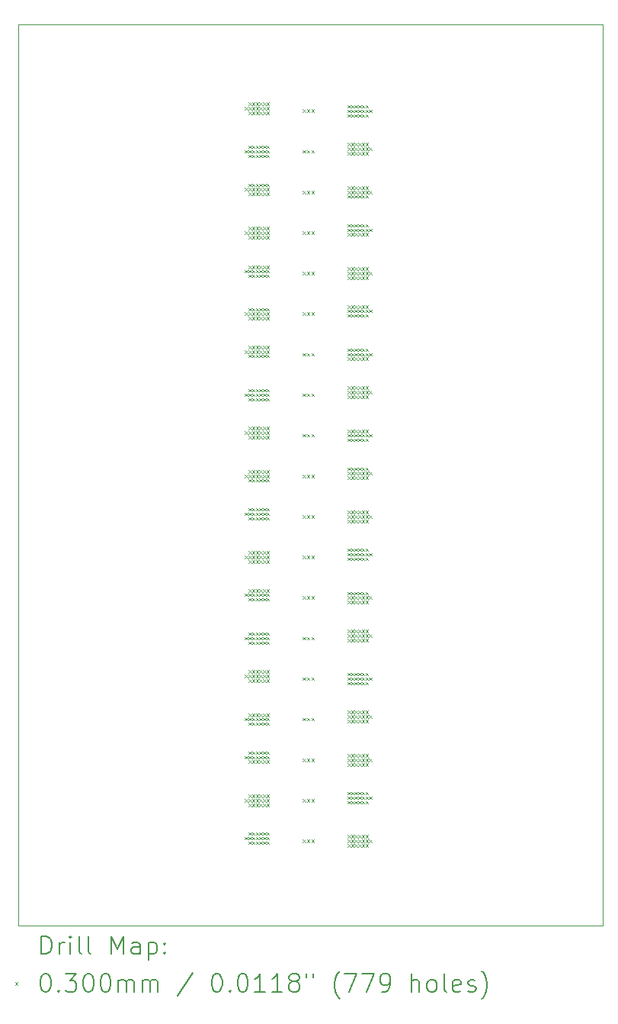
<source format=gbr>
%TF.GenerationSoftware,KiCad,Pcbnew,9.0.6*%
%TF.CreationDate,2025-12-24T02:21:30+01:00*%
%TF.ProjectId,secondary_mmc,7365636f-6e64-4617-9279-5f6d6d632e6b,rev?*%
%TF.SameCoordinates,Original*%
%TF.FileFunction,Drillmap*%
%TF.FilePolarity,Positive*%
%FSLAX45Y45*%
G04 Gerber Fmt 4.5, Leading zero omitted, Abs format (unit mm)*
G04 Created by KiCad (PCBNEW 9.0.6) date 2025-12-24 02:21:30*
%MOMM*%
%LPD*%
G01*
G04 APERTURE LIST*
%ADD10C,0.050000*%
%ADD11C,0.200000*%
%ADD12C,0.100000*%
G04 APERTURE END LIST*
D10*
X8125000Y-7650000D02*
X14625000Y-7650000D01*
X14625000Y-17650000D01*
X8125000Y-17650000D01*
X8125000Y-7650000D01*
D11*
D12*
X10645000Y-8565000D02*
X10675000Y-8595000D01*
X10675000Y-8565000D02*
X10645000Y-8595000D01*
X10645000Y-9045000D02*
X10675000Y-9075000D01*
X10675000Y-9045000D02*
X10645000Y-9075000D01*
X10645000Y-9465000D02*
X10675000Y-9495000D01*
X10675000Y-9465000D02*
X10645000Y-9495000D01*
X10645000Y-9945000D02*
X10675000Y-9975000D01*
X10675000Y-9945000D02*
X10645000Y-9975000D01*
X10645000Y-10375000D02*
X10675000Y-10405000D01*
X10675000Y-10375000D02*
X10645000Y-10405000D01*
X10645000Y-10845000D02*
X10675000Y-10875000D01*
X10675000Y-10845000D02*
X10645000Y-10875000D01*
X10645000Y-11265000D02*
X10675000Y-11295000D01*
X10675000Y-11265000D02*
X10645000Y-11295000D01*
X10645000Y-11745000D02*
X10675000Y-11775000D01*
X10675000Y-11745000D02*
X10645000Y-11775000D01*
X10645000Y-12165000D02*
X10675000Y-12195000D01*
X10675000Y-12165000D02*
X10645000Y-12195000D01*
X10645000Y-12645000D02*
X10675000Y-12675000D01*
X10675000Y-12645000D02*
X10645000Y-12675000D01*
X10645000Y-13065000D02*
X10675000Y-13095000D01*
X10675000Y-13065000D02*
X10645000Y-13095000D01*
X10645000Y-13545000D02*
X10675000Y-13575000D01*
X10675000Y-13545000D02*
X10645000Y-13575000D01*
X10645000Y-13965000D02*
X10675000Y-13995000D01*
X10675000Y-13965000D02*
X10645000Y-13995000D01*
X10645000Y-14445000D02*
X10675000Y-14475000D01*
X10675000Y-14445000D02*
X10645000Y-14475000D01*
X10645000Y-14865000D02*
X10675000Y-14895000D01*
X10675000Y-14865000D02*
X10645000Y-14895000D01*
X10645000Y-15345000D02*
X10675000Y-15375000D01*
X10675000Y-15345000D02*
X10645000Y-15375000D01*
X10645000Y-15765000D02*
X10675000Y-15795000D01*
X10675000Y-15765000D02*
X10645000Y-15795000D01*
X10645000Y-16245000D02*
X10675000Y-16275000D01*
X10675000Y-16245000D02*
X10645000Y-16275000D01*
X10645000Y-16665000D02*
X10675000Y-16695000D01*
X10675000Y-16665000D02*
X10645000Y-16695000D01*
X10685000Y-8515000D02*
X10715000Y-8545000D01*
X10715000Y-8515000D02*
X10685000Y-8545000D01*
X10685000Y-8565000D02*
X10715000Y-8595000D01*
X10715000Y-8565000D02*
X10685000Y-8595000D01*
X10685000Y-8615000D02*
X10715000Y-8645000D01*
X10715000Y-8615000D02*
X10685000Y-8645000D01*
X10685000Y-8995000D02*
X10715000Y-9025000D01*
X10715000Y-8995000D02*
X10685000Y-9025000D01*
X10685000Y-9045000D02*
X10715000Y-9075000D01*
X10715000Y-9045000D02*
X10685000Y-9075000D01*
X10685000Y-9095000D02*
X10715000Y-9125000D01*
X10715000Y-9095000D02*
X10685000Y-9125000D01*
X10685000Y-9415000D02*
X10715000Y-9445000D01*
X10715000Y-9415000D02*
X10685000Y-9445000D01*
X10685000Y-9465000D02*
X10715000Y-9495000D01*
X10715000Y-9465000D02*
X10685000Y-9495000D01*
X10685000Y-9515000D02*
X10715000Y-9545000D01*
X10715000Y-9515000D02*
X10685000Y-9545000D01*
X10685000Y-9895000D02*
X10715000Y-9925000D01*
X10715000Y-9895000D02*
X10685000Y-9925000D01*
X10685000Y-9945000D02*
X10715000Y-9975000D01*
X10715000Y-9945000D02*
X10685000Y-9975000D01*
X10685000Y-9995000D02*
X10715000Y-10025000D01*
X10715000Y-9995000D02*
X10685000Y-10025000D01*
X10685000Y-10325000D02*
X10715000Y-10355000D01*
X10715000Y-10325000D02*
X10685000Y-10355000D01*
X10685000Y-10375000D02*
X10715000Y-10405000D01*
X10715000Y-10375000D02*
X10685000Y-10405000D01*
X10685000Y-10425000D02*
X10715000Y-10455000D01*
X10715000Y-10425000D02*
X10685000Y-10455000D01*
X10685000Y-10795000D02*
X10715000Y-10825000D01*
X10715000Y-10795000D02*
X10685000Y-10825000D01*
X10685000Y-10845000D02*
X10715000Y-10875000D01*
X10715000Y-10845000D02*
X10685000Y-10875000D01*
X10685000Y-10895000D02*
X10715000Y-10925000D01*
X10715000Y-10895000D02*
X10685000Y-10925000D01*
X10685000Y-11215000D02*
X10715000Y-11245000D01*
X10715000Y-11215000D02*
X10685000Y-11245000D01*
X10685000Y-11265000D02*
X10715000Y-11295000D01*
X10715000Y-11265000D02*
X10685000Y-11295000D01*
X10685000Y-11315000D02*
X10715000Y-11345000D01*
X10715000Y-11315000D02*
X10685000Y-11345000D01*
X10685000Y-11695000D02*
X10715000Y-11725000D01*
X10715000Y-11695000D02*
X10685000Y-11725000D01*
X10685000Y-11745000D02*
X10715000Y-11775000D01*
X10715000Y-11745000D02*
X10685000Y-11775000D01*
X10685000Y-11795000D02*
X10715000Y-11825000D01*
X10715000Y-11795000D02*
X10685000Y-11825000D01*
X10685000Y-12115000D02*
X10715000Y-12145000D01*
X10715000Y-12115000D02*
X10685000Y-12145000D01*
X10685000Y-12165000D02*
X10715000Y-12195000D01*
X10715000Y-12165000D02*
X10685000Y-12195000D01*
X10685000Y-12215000D02*
X10715000Y-12245000D01*
X10715000Y-12215000D02*
X10685000Y-12245000D01*
X10685000Y-12595000D02*
X10715000Y-12625000D01*
X10715000Y-12595000D02*
X10685000Y-12625000D01*
X10685000Y-12645000D02*
X10715000Y-12675000D01*
X10715000Y-12645000D02*
X10685000Y-12675000D01*
X10685000Y-12695000D02*
X10715000Y-12725000D01*
X10715000Y-12695000D02*
X10685000Y-12725000D01*
X10685000Y-13015000D02*
X10715000Y-13045000D01*
X10715000Y-13015000D02*
X10685000Y-13045000D01*
X10685000Y-13065000D02*
X10715000Y-13095000D01*
X10715000Y-13065000D02*
X10685000Y-13095000D01*
X10685000Y-13115000D02*
X10715000Y-13145000D01*
X10715000Y-13115000D02*
X10685000Y-13145000D01*
X10685000Y-13495000D02*
X10715000Y-13525000D01*
X10715000Y-13495000D02*
X10685000Y-13525000D01*
X10685000Y-13545000D02*
X10715000Y-13575000D01*
X10715000Y-13545000D02*
X10685000Y-13575000D01*
X10685000Y-13595000D02*
X10715000Y-13625000D01*
X10715000Y-13595000D02*
X10685000Y-13625000D01*
X10685000Y-13915000D02*
X10715000Y-13945000D01*
X10715000Y-13915000D02*
X10685000Y-13945000D01*
X10685000Y-13965000D02*
X10715000Y-13995000D01*
X10715000Y-13965000D02*
X10685000Y-13995000D01*
X10685000Y-14015000D02*
X10715000Y-14045000D01*
X10715000Y-14015000D02*
X10685000Y-14045000D01*
X10685000Y-14395000D02*
X10715000Y-14425000D01*
X10715000Y-14395000D02*
X10685000Y-14425000D01*
X10685000Y-14445000D02*
X10715000Y-14475000D01*
X10715000Y-14445000D02*
X10685000Y-14475000D01*
X10685000Y-14495000D02*
X10715000Y-14525000D01*
X10715000Y-14495000D02*
X10685000Y-14525000D01*
X10685000Y-14815000D02*
X10715000Y-14845000D01*
X10715000Y-14815000D02*
X10685000Y-14845000D01*
X10685000Y-14865000D02*
X10715000Y-14895000D01*
X10715000Y-14865000D02*
X10685000Y-14895000D01*
X10685000Y-14915000D02*
X10715000Y-14945000D01*
X10715000Y-14915000D02*
X10685000Y-14945000D01*
X10685000Y-15295000D02*
X10715000Y-15325000D01*
X10715000Y-15295000D02*
X10685000Y-15325000D01*
X10685000Y-15345000D02*
X10715000Y-15375000D01*
X10715000Y-15345000D02*
X10685000Y-15375000D01*
X10685000Y-15395000D02*
X10715000Y-15425000D01*
X10715000Y-15395000D02*
X10685000Y-15425000D01*
X10685000Y-15715000D02*
X10715000Y-15745000D01*
X10715000Y-15715000D02*
X10685000Y-15745000D01*
X10685000Y-15765000D02*
X10715000Y-15795000D01*
X10715000Y-15765000D02*
X10685000Y-15795000D01*
X10685000Y-15815000D02*
X10715000Y-15845000D01*
X10715000Y-15815000D02*
X10685000Y-15845000D01*
X10685000Y-16195000D02*
X10715000Y-16225000D01*
X10715000Y-16195000D02*
X10685000Y-16225000D01*
X10685000Y-16245000D02*
X10715000Y-16275000D01*
X10715000Y-16245000D02*
X10685000Y-16275000D01*
X10685000Y-16295000D02*
X10715000Y-16325000D01*
X10715000Y-16295000D02*
X10685000Y-16325000D01*
X10685000Y-16615000D02*
X10715000Y-16645000D01*
X10715000Y-16615000D02*
X10685000Y-16645000D01*
X10685000Y-16665000D02*
X10715000Y-16695000D01*
X10715000Y-16665000D02*
X10685000Y-16695000D01*
X10685000Y-16715000D02*
X10715000Y-16745000D01*
X10715000Y-16715000D02*
X10685000Y-16745000D01*
X10725000Y-8515000D02*
X10755000Y-8545000D01*
X10755000Y-8515000D02*
X10725000Y-8545000D01*
X10725000Y-8565000D02*
X10755000Y-8595000D01*
X10755000Y-8565000D02*
X10725000Y-8595000D01*
X10725000Y-8615000D02*
X10755000Y-8645000D01*
X10755000Y-8615000D02*
X10725000Y-8645000D01*
X10725000Y-8995000D02*
X10755000Y-9025000D01*
X10755000Y-8995000D02*
X10725000Y-9025000D01*
X10725000Y-9045000D02*
X10755000Y-9075000D01*
X10755000Y-9045000D02*
X10725000Y-9075000D01*
X10725000Y-9095000D02*
X10755000Y-9125000D01*
X10755000Y-9095000D02*
X10725000Y-9125000D01*
X10725000Y-9415000D02*
X10755000Y-9445000D01*
X10755000Y-9415000D02*
X10725000Y-9445000D01*
X10725000Y-9465000D02*
X10755000Y-9495000D01*
X10755000Y-9465000D02*
X10725000Y-9495000D01*
X10725000Y-9515000D02*
X10755000Y-9545000D01*
X10755000Y-9515000D02*
X10725000Y-9545000D01*
X10725000Y-9895000D02*
X10755000Y-9925000D01*
X10755000Y-9895000D02*
X10725000Y-9925000D01*
X10725000Y-9945000D02*
X10755000Y-9975000D01*
X10755000Y-9945000D02*
X10725000Y-9975000D01*
X10725000Y-9995000D02*
X10755000Y-10025000D01*
X10755000Y-9995000D02*
X10725000Y-10025000D01*
X10725000Y-10325000D02*
X10755000Y-10355000D01*
X10755000Y-10325000D02*
X10725000Y-10355000D01*
X10725000Y-10375000D02*
X10755000Y-10405000D01*
X10755000Y-10375000D02*
X10725000Y-10405000D01*
X10725000Y-10425000D02*
X10755000Y-10455000D01*
X10755000Y-10425000D02*
X10725000Y-10455000D01*
X10725000Y-10795000D02*
X10755000Y-10825000D01*
X10755000Y-10795000D02*
X10725000Y-10825000D01*
X10725000Y-10845000D02*
X10755000Y-10875000D01*
X10755000Y-10845000D02*
X10725000Y-10875000D01*
X10725000Y-10895000D02*
X10755000Y-10925000D01*
X10755000Y-10895000D02*
X10725000Y-10925000D01*
X10725000Y-11215000D02*
X10755000Y-11245000D01*
X10755000Y-11215000D02*
X10725000Y-11245000D01*
X10725000Y-11265000D02*
X10755000Y-11295000D01*
X10755000Y-11265000D02*
X10725000Y-11295000D01*
X10725000Y-11315000D02*
X10755000Y-11345000D01*
X10755000Y-11315000D02*
X10725000Y-11345000D01*
X10725000Y-11695000D02*
X10755000Y-11725000D01*
X10755000Y-11695000D02*
X10725000Y-11725000D01*
X10725000Y-11745000D02*
X10755000Y-11775000D01*
X10755000Y-11745000D02*
X10725000Y-11775000D01*
X10725000Y-11795000D02*
X10755000Y-11825000D01*
X10755000Y-11795000D02*
X10725000Y-11825000D01*
X10725000Y-12115000D02*
X10755000Y-12145000D01*
X10755000Y-12115000D02*
X10725000Y-12145000D01*
X10725000Y-12165000D02*
X10755000Y-12195000D01*
X10755000Y-12165000D02*
X10725000Y-12195000D01*
X10725000Y-12215000D02*
X10755000Y-12245000D01*
X10755000Y-12215000D02*
X10725000Y-12245000D01*
X10725000Y-12595000D02*
X10755000Y-12625000D01*
X10755000Y-12595000D02*
X10725000Y-12625000D01*
X10725000Y-12645000D02*
X10755000Y-12675000D01*
X10755000Y-12645000D02*
X10725000Y-12675000D01*
X10725000Y-12695000D02*
X10755000Y-12725000D01*
X10755000Y-12695000D02*
X10725000Y-12725000D01*
X10725000Y-13015000D02*
X10755000Y-13045000D01*
X10755000Y-13015000D02*
X10725000Y-13045000D01*
X10725000Y-13065000D02*
X10755000Y-13095000D01*
X10755000Y-13065000D02*
X10725000Y-13095000D01*
X10725000Y-13115000D02*
X10755000Y-13145000D01*
X10755000Y-13115000D02*
X10725000Y-13145000D01*
X10725000Y-13495000D02*
X10755000Y-13525000D01*
X10755000Y-13495000D02*
X10725000Y-13525000D01*
X10725000Y-13545000D02*
X10755000Y-13575000D01*
X10755000Y-13545000D02*
X10725000Y-13575000D01*
X10725000Y-13595000D02*
X10755000Y-13625000D01*
X10755000Y-13595000D02*
X10725000Y-13625000D01*
X10725000Y-13915000D02*
X10755000Y-13945000D01*
X10755000Y-13915000D02*
X10725000Y-13945000D01*
X10725000Y-13965000D02*
X10755000Y-13995000D01*
X10755000Y-13965000D02*
X10725000Y-13995000D01*
X10725000Y-14015000D02*
X10755000Y-14045000D01*
X10755000Y-14015000D02*
X10725000Y-14045000D01*
X10725000Y-14395000D02*
X10755000Y-14425000D01*
X10755000Y-14395000D02*
X10725000Y-14425000D01*
X10725000Y-14445000D02*
X10755000Y-14475000D01*
X10755000Y-14445000D02*
X10725000Y-14475000D01*
X10725000Y-14495000D02*
X10755000Y-14525000D01*
X10755000Y-14495000D02*
X10725000Y-14525000D01*
X10725000Y-14815000D02*
X10755000Y-14845000D01*
X10755000Y-14815000D02*
X10725000Y-14845000D01*
X10725000Y-14865000D02*
X10755000Y-14895000D01*
X10755000Y-14865000D02*
X10725000Y-14895000D01*
X10725000Y-14915000D02*
X10755000Y-14945000D01*
X10755000Y-14915000D02*
X10725000Y-14945000D01*
X10725000Y-15295000D02*
X10755000Y-15325000D01*
X10755000Y-15295000D02*
X10725000Y-15325000D01*
X10725000Y-15345000D02*
X10755000Y-15375000D01*
X10755000Y-15345000D02*
X10725000Y-15375000D01*
X10725000Y-15395000D02*
X10755000Y-15425000D01*
X10755000Y-15395000D02*
X10725000Y-15425000D01*
X10725000Y-15715000D02*
X10755000Y-15745000D01*
X10755000Y-15715000D02*
X10725000Y-15745000D01*
X10725000Y-15765000D02*
X10755000Y-15795000D01*
X10755000Y-15765000D02*
X10725000Y-15795000D01*
X10725000Y-15815000D02*
X10755000Y-15845000D01*
X10755000Y-15815000D02*
X10725000Y-15845000D01*
X10725000Y-16195000D02*
X10755000Y-16225000D01*
X10755000Y-16195000D02*
X10725000Y-16225000D01*
X10725000Y-16245000D02*
X10755000Y-16275000D01*
X10755000Y-16245000D02*
X10725000Y-16275000D01*
X10725000Y-16295000D02*
X10755000Y-16325000D01*
X10755000Y-16295000D02*
X10725000Y-16325000D01*
X10725000Y-16615000D02*
X10755000Y-16645000D01*
X10755000Y-16615000D02*
X10725000Y-16645000D01*
X10725000Y-16665000D02*
X10755000Y-16695000D01*
X10755000Y-16665000D02*
X10725000Y-16695000D01*
X10725000Y-16715000D02*
X10755000Y-16745000D01*
X10755000Y-16715000D02*
X10725000Y-16745000D01*
X10765000Y-8515000D02*
X10795000Y-8545000D01*
X10795000Y-8515000D02*
X10765000Y-8545000D01*
X10765000Y-8565000D02*
X10795000Y-8595000D01*
X10795000Y-8565000D02*
X10765000Y-8595000D01*
X10765000Y-8615000D02*
X10795000Y-8645000D01*
X10795000Y-8615000D02*
X10765000Y-8645000D01*
X10765000Y-8995000D02*
X10795000Y-9025000D01*
X10795000Y-8995000D02*
X10765000Y-9025000D01*
X10765000Y-9045000D02*
X10795000Y-9075000D01*
X10795000Y-9045000D02*
X10765000Y-9075000D01*
X10765000Y-9095000D02*
X10795000Y-9125000D01*
X10795000Y-9095000D02*
X10765000Y-9125000D01*
X10765000Y-9415000D02*
X10795000Y-9445000D01*
X10795000Y-9415000D02*
X10765000Y-9445000D01*
X10765000Y-9465000D02*
X10795000Y-9495000D01*
X10795000Y-9465000D02*
X10765000Y-9495000D01*
X10765000Y-9515000D02*
X10795000Y-9545000D01*
X10795000Y-9515000D02*
X10765000Y-9545000D01*
X10765000Y-9895000D02*
X10795000Y-9925000D01*
X10795000Y-9895000D02*
X10765000Y-9925000D01*
X10765000Y-9945000D02*
X10795000Y-9975000D01*
X10795000Y-9945000D02*
X10765000Y-9975000D01*
X10765000Y-9995000D02*
X10795000Y-10025000D01*
X10795000Y-9995000D02*
X10765000Y-10025000D01*
X10765000Y-10325000D02*
X10795000Y-10355000D01*
X10795000Y-10325000D02*
X10765000Y-10355000D01*
X10765000Y-10375000D02*
X10795000Y-10405000D01*
X10795000Y-10375000D02*
X10765000Y-10405000D01*
X10765000Y-10425000D02*
X10795000Y-10455000D01*
X10795000Y-10425000D02*
X10765000Y-10455000D01*
X10765000Y-10795000D02*
X10795000Y-10825000D01*
X10795000Y-10795000D02*
X10765000Y-10825000D01*
X10765000Y-10845000D02*
X10795000Y-10875000D01*
X10795000Y-10845000D02*
X10765000Y-10875000D01*
X10765000Y-10895000D02*
X10795000Y-10925000D01*
X10795000Y-10895000D02*
X10765000Y-10925000D01*
X10765000Y-11215000D02*
X10795000Y-11245000D01*
X10795000Y-11215000D02*
X10765000Y-11245000D01*
X10765000Y-11265000D02*
X10795000Y-11295000D01*
X10795000Y-11265000D02*
X10765000Y-11295000D01*
X10765000Y-11315000D02*
X10795000Y-11345000D01*
X10795000Y-11315000D02*
X10765000Y-11345000D01*
X10765000Y-11695000D02*
X10795000Y-11725000D01*
X10795000Y-11695000D02*
X10765000Y-11725000D01*
X10765000Y-11745000D02*
X10795000Y-11775000D01*
X10795000Y-11745000D02*
X10765000Y-11775000D01*
X10765000Y-11795000D02*
X10795000Y-11825000D01*
X10795000Y-11795000D02*
X10765000Y-11825000D01*
X10765000Y-12115000D02*
X10795000Y-12145000D01*
X10795000Y-12115000D02*
X10765000Y-12145000D01*
X10765000Y-12165000D02*
X10795000Y-12195000D01*
X10795000Y-12165000D02*
X10765000Y-12195000D01*
X10765000Y-12215000D02*
X10795000Y-12245000D01*
X10795000Y-12215000D02*
X10765000Y-12245000D01*
X10765000Y-12595000D02*
X10795000Y-12625000D01*
X10795000Y-12595000D02*
X10765000Y-12625000D01*
X10765000Y-12645000D02*
X10795000Y-12675000D01*
X10795000Y-12645000D02*
X10765000Y-12675000D01*
X10765000Y-12695000D02*
X10795000Y-12725000D01*
X10795000Y-12695000D02*
X10765000Y-12725000D01*
X10765000Y-13015000D02*
X10795000Y-13045000D01*
X10795000Y-13015000D02*
X10765000Y-13045000D01*
X10765000Y-13065000D02*
X10795000Y-13095000D01*
X10795000Y-13065000D02*
X10765000Y-13095000D01*
X10765000Y-13115000D02*
X10795000Y-13145000D01*
X10795000Y-13115000D02*
X10765000Y-13145000D01*
X10765000Y-13495000D02*
X10795000Y-13525000D01*
X10795000Y-13495000D02*
X10765000Y-13525000D01*
X10765000Y-13545000D02*
X10795000Y-13575000D01*
X10795000Y-13545000D02*
X10765000Y-13575000D01*
X10765000Y-13595000D02*
X10795000Y-13625000D01*
X10795000Y-13595000D02*
X10765000Y-13625000D01*
X10765000Y-13915000D02*
X10795000Y-13945000D01*
X10795000Y-13915000D02*
X10765000Y-13945000D01*
X10765000Y-13965000D02*
X10795000Y-13995000D01*
X10795000Y-13965000D02*
X10765000Y-13995000D01*
X10765000Y-14015000D02*
X10795000Y-14045000D01*
X10795000Y-14015000D02*
X10765000Y-14045000D01*
X10765000Y-14395000D02*
X10795000Y-14425000D01*
X10795000Y-14395000D02*
X10765000Y-14425000D01*
X10765000Y-14445000D02*
X10795000Y-14475000D01*
X10795000Y-14445000D02*
X10765000Y-14475000D01*
X10765000Y-14495000D02*
X10795000Y-14525000D01*
X10795000Y-14495000D02*
X10765000Y-14525000D01*
X10765000Y-14815000D02*
X10795000Y-14845000D01*
X10795000Y-14815000D02*
X10765000Y-14845000D01*
X10765000Y-14865000D02*
X10795000Y-14895000D01*
X10795000Y-14865000D02*
X10765000Y-14895000D01*
X10765000Y-14915000D02*
X10795000Y-14945000D01*
X10795000Y-14915000D02*
X10765000Y-14945000D01*
X10765000Y-15295000D02*
X10795000Y-15325000D01*
X10795000Y-15295000D02*
X10765000Y-15325000D01*
X10765000Y-15345000D02*
X10795000Y-15375000D01*
X10795000Y-15345000D02*
X10765000Y-15375000D01*
X10765000Y-15395000D02*
X10795000Y-15425000D01*
X10795000Y-15395000D02*
X10765000Y-15425000D01*
X10765000Y-15715000D02*
X10795000Y-15745000D01*
X10795000Y-15715000D02*
X10765000Y-15745000D01*
X10765000Y-15765000D02*
X10795000Y-15795000D01*
X10795000Y-15765000D02*
X10765000Y-15795000D01*
X10765000Y-15815000D02*
X10795000Y-15845000D01*
X10795000Y-15815000D02*
X10765000Y-15845000D01*
X10765000Y-16195000D02*
X10795000Y-16225000D01*
X10795000Y-16195000D02*
X10765000Y-16225000D01*
X10765000Y-16245000D02*
X10795000Y-16275000D01*
X10795000Y-16245000D02*
X10765000Y-16275000D01*
X10765000Y-16295000D02*
X10795000Y-16325000D01*
X10795000Y-16295000D02*
X10765000Y-16325000D01*
X10765000Y-16615000D02*
X10795000Y-16645000D01*
X10795000Y-16615000D02*
X10765000Y-16645000D01*
X10765000Y-16665000D02*
X10795000Y-16695000D01*
X10795000Y-16665000D02*
X10765000Y-16695000D01*
X10765000Y-16715000D02*
X10795000Y-16745000D01*
X10795000Y-16715000D02*
X10765000Y-16745000D01*
X10805000Y-8515000D02*
X10835000Y-8545000D01*
X10835000Y-8515000D02*
X10805000Y-8545000D01*
X10805000Y-8565000D02*
X10835000Y-8595000D01*
X10835000Y-8565000D02*
X10805000Y-8595000D01*
X10805000Y-8615000D02*
X10835000Y-8645000D01*
X10835000Y-8615000D02*
X10805000Y-8645000D01*
X10805000Y-8995000D02*
X10835000Y-9025000D01*
X10835000Y-8995000D02*
X10805000Y-9025000D01*
X10805000Y-9045000D02*
X10835000Y-9075000D01*
X10835000Y-9045000D02*
X10805000Y-9075000D01*
X10805000Y-9095000D02*
X10835000Y-9125000D01*
X10835000Y-9095000D02*
X10805000Y-9125000D01*
X10805000Y-9415000D02*
X10835000Y-9445000D01*
X10835000Y-9415000D02*
X10805000Y-9445000D01*
X10805000Y-9465000D02*
X10835000Y-9495000D01*
X10835000Y-9465000D02*
X10805000Y-9495000D01*
X10805000Y-9515000D02*
X10835000Y-9545000D01*
X10835000Y-9515000D02*
X10805000Y-9545000D01*
X10805000Y-9895000D02*
X10835000Y-9925000D01*
X10835000Y-9895000D02*
X10805000Y-9925000D01*
X10805000Y-9945000D02*
X10835000Y-9975000D01*
X10835000Y-9945000D02*
X10805000Y-9975000D01*
X10805000Y-9995000D02*
X10835000Y-10025000D01*
X10835000Y-9995000D02*
X10805000Y-10025000D01*
X10805000Y-10325000D02*
X10835000Y-10355000D01*
X10835000Y-10325000D02*
X10805000Y-10355000D01*
X10805000Y-10375000D02*
X10835000Y-10405000D01*
X10835000Y-10375000D02*
X10805000Y-10405000D01*
X10805000Y-10425000D02*
X10835000Y-10455000D01*
X10835000Y-10425000D02*
X10805000Y-10455000D01*
X10805000Y-10795000D02*
X10835000Y-10825000D01*
X10835000Y-10795000D02*
X10805000Y-10825000D01*
X10805000Y-10845000D02*
X10835000Y-10875000D01*
X10835000Y-10845000D02*
X10805000Y-10875000D01*
X10805000Y-10895000D02*
X10835000Y-10925000D01*
X10835000Y-10895000D02*
X10805000Y-10925000D01*
X10805000Y-11215000D02*
X10835000Y-11245000D01*
X10835000Y-11215000D02*
X10805000Y-11245000D01*
X10805000Y-11265000D02*
X10835000Y-11295000D01*
X10835000Y-11265000D02*
X10805000Y-11295000D01*
X10805000Y-11315000D02*
X10835000Y-11345000D01*
X10835000Y-11315000D02*
X10805000Y-11345000D01*
X10805000Y-11695000D02*
X10835000Y-11725000D01*
X10835000Y-11695000D02*
X10805000Y-11725000D01*
X10805000Y-11745000D02*
X10835000Y-11775000D01*
X10835000Y-11745000D02*
X10805000Y-11775000D01*
X10805000Y-11795000D02*
X10835000Y-11825000D01*
X10835000Y-11795000D02*
X10805000Y-11825000D01*
X10805000Y-12115000D02*
X10835000Y-12145000D01*
X10835000Y-12115000D02*
X10805000Y-12145000D01*
X10805000Y-12165000D02*
X10835000Y-12195000D01*
X10835000Y-12165000D02*
X10805000Y-12195000D01*
X10805000Y-12215000D02*
X10835000Y-12245000D01*
X10835000Y-12215000D02*
X10805000Y-12245000D01*
X10805000Y-12595000D02*
X10835000Y-12625000D01*
X10835000Y-12595000D02*
X10805000Y-12625000D01*
X10805000Y-12645000D02*
X10835000Y-12675000D01*
X10835000Y-12645000D02*
X10805000Y-12675000D01*
X10805000Y-12695000D02*
X10835000Y-12725000D01*
X10835000Y-12695000D02*
X10805000Y-12725000D01*
X10805000Y-13015000D02*
X10835000Y-13045000D01*
X10835000Y-13015000D02*
X10805000Y-13045000D01*
X10805000Y-13065000D02*
X10835000Y-13095000D01*
X10835000Y-13065000D02*
X10805000Y-13095000D01*
X10805000Y-13115000D02*
X10835000Y-13145000D01*
X10835000Y-13115000D02*
X10805000Y-13145000D01*
X10805000Y-13495000D02*
X10835000Y-13525000D01*
X10835000Y-13495000D02*
X10805000Y-13525000D01*
X10805000Y-13545000D02*
X10835000Y-13575000D01*
X10835000Y-13545000D02*
X10805000Y-13575000D01*
X10805000Y-13595000D02*
X10835000Y-13625000D01*
X10835000Y-13595000D02*
X10805000Y-13625000D01*
X10805000Y-13915000D02*
X10835000Y-13945000D01*
X10835000Y-13915000D02*
X10805000Y-13945000D01*
X10805000Y-13965000D02*
X10835000Y-13995000D01*
X10835000Y-13965000D02*
X10805000Y-13995000D01*
X10805000Y-14015000D02*
X10835000Y-14045000D01*
X10835000Y-14015000D02*
X10805000Y-14045000D01*
X10805000Y-14395000D02*
X10835000Y-14425000D01*
X10835000Y-14395000D02*
X10805000Y-14425000D01*
X10805000Y-14445000D02*
X10835000Y-14475000D01*
X10835000Y-14445000D02*
X10805000Y-14475000D01*
X10805000Y-14495000D02*
X10835000Y-14525000D01*
X10835000Y-14495000D02*
X10805000Y-14525000D01*
X10805000Y-14815000D02*
X10835000Y-14845000D01*
X10835000Y-14815000D02*
X10805000Y-14845000D01*
X10805000Y-14865000D02*
X10835000Y-14895000D01*
X10835000Y-14865000D02*
X10805000Y-14895000D01*
X10805000Y-14915000D02*
X10835000Y-14945000D01*
X10835000Y-14915000D02*
X10805000Y-14945000D01*
X10805000Y-15295000D02*
X10835000Y-15325000D01*
X10835000Y-15295000D02*
X10805000Y-15325000D01*
X10805000Y-15345000D02*
X10835000Y-15375000D01*
X10835000Y-15345000D02*
X10805000Y-15375000D01*
X10805000Y-15395000D02*
X10835000Y-15425000D01*
X10835000Y-15395000D02*
X10805000Y-15425000D01*
X10805000Y-15715000D02*
X10835000Y-15745000D01*
X10835000Y-15715000D02*
X10805000Y-15745000D01*
X10805000Y-15765000D02*
X10835000Y-15795000D01*
X10835000Y-15765000D02*
X10805000Y-15795000D01*
X10805000Y-15815000D02*
X10835000Y-15845000D01*
X10835000Y-15815000D02*
X10805000Y-15845000D01*
X10805000Y-16195000D02*
X10835000Y-16225000D01*
X10835000Y-16195000D02*
X10805000Y-16225000D01*
X10805000Y-16245000D02*
X10835000Y-16275000D01*
X10835000Y-16245000D02*
X10805000Y-16275000D01*
X10805000Y-16295000D02*
X10835000Y-16325000D01*
X10835000Y-16295000D02*
X10805000Y-16325000D01*
X10805000Y-16615000D02*
X10835000Y-16645000D01*
X10835000Y-16615000D02*
X10805000Y-16645000D01*
X10805000Y-16665000D02*
X10835000Y-16695000D01*
X10835000Y-16665000D02*
X10805000Y-16695000D01*
X10805000Y-16715000D02*
X10835000Y-16745000D01*
X10835000Y-16715000D02*
X10805000Y-16745000D01*
X10845000Y-8515000D02*
X10875000Y-8545000D01*
X10875000Y-8515000D02*
X10845000Y-8545000D01*
X10845000Y-8565000D02*
X10875000Y-8595000D01*
X10875000Y-8565000D02*
X10845000Y-8595000D01*
X10845000Y-8615000D02*
X10875000Y-8645000D01*
X10875000Y-8615000D02*
X10845000Y-8645000D01*
X10845000Y-8995000D02*
X10875000Y-9025000D01*
X10875000Y-8995000D02*
X10845000Y-9025000D01*
X10845000Y-9045000D02*
X10875000Y-9075000D01*
X10875000Y-9045000D02*
X10845000Y-9075000D01*
X10845000Y-9095000D02*
X10875000Y-9125000D01*
X10875000Y-9095000D02*
X10845000Y-9125000D01*
X10845000Y-9415000D02*
X10875000Y-9445000D01*
X10875000Y-9415000D02*
X10845000Y-9445000D01*
X10845000Y-9465000D02*
X10875000Y-9495000D01*
X10875000Y-9465000D02*
X10845000Y-9495000D01*
X10845000Y-9515000D02*
X10875000Y-9545000D01*
X10875000Y-9515000D02*
X10845000Y-9545000D01*
X10845000Y-9895000D02*
X10875000Y-9925000D01*
X10875000Y-9895000D02*
X10845000Y-9925000D01*
X10845000Y-9945000D02*
X10875000Y-9975000D01*
X10875000Y-9945000D02*
X10845000Y-9975000D01*
X10845000Y-9995000D02*
X10875000Y-10025000D01*
X10875000Y-9995000D02*
X10845000Y-10025000D01*
X10845000Y-10325000D02*
X10875000Y-10355000D01*
X10875000Y-10325000D02*
X10845000Y-10355000D01*
X10845000Y-10375000D02*
X10875000Y-10405000D01*
X10875000Y-10375000D02*
X10845000Y-10405000D01*
X10845000Y-10425000D02*
X10875000Y-10455000D01*
X10875000Y-10425000D02*
X10845000Y-10455000D01*
X10845000Y-10795000D02*
X10875000Y-10825000D01*
X10875000Y-10795000D02*
X10845000Y-10825000D01*
X10845000Y-10845000D02*
X10875000Y-10875000D01*
X10875000Y-10845000D02*
X10845000Y-10875000D01*
X10845000Y-10895000D02*
X10875000Y-10925000D01*
X10875000Y-10895000D02*
X10845000Y-10925000D01*
X10845000Y-11215000D02*
X10875000Y-11245000D01*
X10875000Y-11215000D02*
X10845000Y-11245000D01*
X10845000Y-11265000D02*
X10875000Y-11295000D01*
X10875000Y-11265000D02*
X10845000Y-11295000D01*
X10845000Y-11315000D02*
X10875000Y-11345000D01*
X10875000Y-11315000D02*
X10845000Y-11345000D01*
X10845000Y-11695000D02*
X10875000Y-11725000D01*
X10875000Y-11695000D02*
X10845000Y-11725000D01*
X10845000Y-11745000D02*
X10875000Y-11775000D01*
X10875000Y-11745000D02*
X10845000Y-11775000D01*
X10845000Y-11795000D02*
X10875000Y-11825000D01*
X10875000Y-11795000D02*
X10845000Y-11825000D01*
X10845000Y-12115000D02*
X10875000Y-12145000D01*
X10875000Y-12115000D02*
X10845000Y-12145000D01*
X10845000Y-12165000D02*
X10875000Y-12195000D01*
X10875000Y-12165000D02*
X10845000Y-12195000D01*
X10845000Y-12215000D02*
X10875000Y-12245000D01*
X10875000Y-12215000D02*
X10845000Y-12245000D01*
X10845000Y-12595000D02*
X10875000Y-12625000D01*
X10875000Y-12595000D02*
X10845000Y-12625000D01*
X10845000Y-12645000D02*
X10875000Y-12675000D01*
X10875000Y-12645000D02*
X10845000Y-12675000D01*
X10845000Y-12695000D02*
X10875000Y-12725000D01*
X10875000Y-12695000D02*
X10845000Y-12725000D01*
X10845000Y-13015000D02*
X10875000Y-13045000D01*
X10875000Y-13015000D02*
X10845000Y-13045000D01*
X10845000Y-13065000D02*
X10875000Y-13095000D01*
X10875000Y-13065000D02*
X10845000Y-13095000D01*
X10845000Y-13115000D02*
X10875000Y-13145000D01*
X10875000Y-13115000D02*
X10845000Y-13145000D01*
X10845000Y-13495000D02*
X10875000Y-13525000D01*
X10875000Y-13495000D02*
X10845000Y-13525000D01*
X10845000Y-13545000D02*
X10875000Y-13575000D01*
X10875000Y-13545000D02*
X10845000Y-13575000D01*
X10845000Y-13595000D02*
X10875000Y-13625000D01*
X10875000Y-13595000D02*
X10845000Y-13625000D01*
X10845000Y-13915000D02*
X10875000Y-13945000D01*
X10875000Y-13915000D02*
X10845000Y-13945000D01*
X10845000Y-13965000D02*
X10875000Y-13995000D01*
X10875000Y-13965000D02*
X10845000Y-13995000D01*
X10845000Y-14015000D02*
X10875000Y-14045000D01*
X10875000Y-14015000D02*
X10845000Y-14045000D01*
X10845000Y-14395000D02*
X10875000Y-14425000D01*
X10875000Y-14395000D02*
X10845000Y-14425000D01*
X10845000Y-14445000D02*
X10875000Y-14475000D01*
X10875000Y-14445000D02*
X10845000Y-14475000D01*
X10845000Y-14495000D02*
X10875000Y-14525000D01*
X10875000Y-14495000D02*
X10845000Y-14525000D01*
X10845000Y-14815000D02*
X10875000Y-14845000D01*
X10875000Y-14815000D02*
X10845000Y-14845000D01*
X10845000Y-14865000D02*
X10875000Y-14895000D01*
X10875000Y-14865000D02*
X10845000Y-14895000D01*
X10845000Y-14915000D02*
X10875000Y-14945000D01*
X10875000Y-14915000D02*
X10845000Y-14945000D01*
X10845000Y-15295000D02*
X10875000Y-15325000D01*
X10875000Y-15295000D02*
X10845000Y-15325000D01*
X10845000Y-15345000D02*
X10875000Y-15375000D01*
X10875000Y-15345000D02*
X10845000Y-15375000D01*
X10845000Y-15395000D02*
X10875000Y-15425000D01*
X10875000Y-15395000D02*
X10845000Y-15425000D01*
X10845000Y-15715000D02*
X10875000Y-15745000D01*
X10875000Y-15715000D02*
X10845000Y-15745000D01*
X10845000Y-15765000D02*
X10875000Y-15795000D01*
X10875000Y-15765000D02*
X10845000Y-15795000D01*
X10845000Y-15815000D02*
X10875000Y-15845000D01*
X10875000Y-15815000D02*
X10845000Y-15845000D01*
X10845000Y-16195000D02*
X10875000Y-16225000D01*
X10875000Y-16195000D02*
X10845000Y-16225000D01*
X10845000Y-16245000D02*
X10875000Y-16275000D01*
X10875000Y-16245000D02*
X10845000Y-16275000D01*
X10845000Y-16295000D02*
X10875000Y-16325000D01*
X10875000Y-16295000D02*
X10845000Y-16325000D01*
X10845000Y-16615000D02*
X10875000Y-16645000D01*
X10875000Y-16615000D02*
X10845000Y-16645000D01*
X10845000Y-16665000D02*
X10875000Y-16695000D01*
X10875000Y-16665000D02*
X10845000Y-16695000D01*
X10845000Y-16715000D02*
X10875000Y-16745000D01*
X10875000Y-16715000D02*
X10845000Y-16745000D01*
X10885000Y-8515000D02*
X10915000Y-8545000D01*
X10915000Y-8515000D02*
X10885000Y-8545000D01*
X10885000Y-8565000D02*
X10915000Y-8595000D01*
X10915000Y-8565000D02*
X10885000Y-8595000D01*
X10885000Y-8615000D02*
X10915000Y-8645000D01*
X10915000Y-8615000D02*
X10885000Y-8645000D01*
X10885000Y-8995000D02*
X10915000Y-9025000D01*
X10915000Y-8995000D02*
X10885000Y-9025000D01*
X10885000Y-9045000D02*
X10915000Y-9075000D01*
X10915000Y-9045000D02*
X10885000Y-9075000D01*
X10885000Y-9095000D02*
X10915000Y-9125000D01*
X10915000Y-9095000D02*
X10885000Y-9125000D01*
X10885000Y-9415000D02*
X10915000Y-9445000D01*
X10915000Y-9415000D02*
X10885000Y-9445000D01*
X10885000Y-9465000D02*
X10915000Y-9495000D01*
X10915000Y-9465000D02*
X10885000Y-9495000D01*
X10885000Y-9515000D02*
X10915000Y-9545000D01*
X10915000Y-9515000D02*
X10885000Y-9545000D01*
X10885000Y-9895000D02*
X10915000Y-9925000D01*
X10915000Y-9895000D02*
X10885000Y-9925000D01*
X10885000Y-9945000D02*
X10915000Y-9975000D01*
X10915000Y-9945000D02*
X10885000Y-9975000D01*
X10885000Y-9995000D02*
X10915000Y-10025000D01*
X10915000Y-9995000D02*
X10885000Y-10025000D01*
X10885000Y-10325000D02*
X10915000Y-10355000D01*
X10915000Y-10325000D02*
X10885000Y-10355000D01*
X10885000Y-10375000D02*
X10915000Y-10405000D01*
X10915000Y-10375000D02*
X10885000Y-10405000D01*
X10885000Y-10425000D02*
X10915000Y-10455000D01*
X10915000Y-10425000D02*
X10885000Y-10455000D01*
X10885000Y-10795000D02*
X10915000Y-10825000D01*
X10915000Y-10795000D02*
X10885000Y-10825000D01*
X10885000Y-10845000D02*
X10915000Y-10875000D01*
X10915000Y-10845000D02*
X10885000Y-10875000D01*
X10885000Y-10895000D02*
X10915000Y-10925000D01*
X10915000Y-10895000D02*
X10885000Y-10925000D01*
X10885000Y-11215000D02*
X10915000Y-11245000D01*
X10915000Y-11215000D02*
X10885000Y-11245000D01*
X10885000Y-11265000D02*
X10915000Y-11295000D01*
X10915000Y-11265000D02*
X10885000Y-11295000D01*
X10885000Y-11315000D02*
X10915000Y-11345000D01*
X10915000Y-11315000D02*
X10885000Y-11345000D01*
X10885000Y-11695000D02*
X10915000Y-11725000D01*
X10915000Y-11695000D02*
X10885000Y-11725000D01*
X10885000Y-11745000D02*
X10915000Y-11775000D01*
X10915000Y-11745000D02*
X10885000Y-11775000D01*
X10885000Y-11795000D02*
X10915000Y-11825000D01*
X10915000Y-11795000D02*
X10885000Y-11825000D01*
X10885000Y-12115000D02*
X10915000Y-12145000D01*
X10915000Y-12115000D02*
X10885000Y-12145000D01*
X10885000Y-12165000D02*
X10915000Y-12195000D01*
X10915000Y-12165000D02*
X10885000Y-12195000D01*
X10885000Y-12215000D02*
X10915000Y-12245000D01*
X10915000Y-12215000D02*
X10885000Y-12245000D01*
X10885000Y-12595000D02*
X10915000Y-12625000D01*
X10915000Y-12595000D02*
X10885000Y-12625000D01*
X10885000Y-12645000D02*
X10915000Y-12675000D01*
X10915000Y-12645000D02*
X10885000Y-12675000D01*
X10885000Y-12695000D02*
X10915000Y-12725000D01*
X10915000Y-12695000D02*
X10885000Y-12725000D01*
X10885000Y-13015000D02*
X10915000Y-13045000D01*
X10915000Y-13015000D02*
X10885000Y-13045000D01*
X10885000Y-13065000D02*
X10915000Y-13095000D01*
X10915000Y-13065000D02*
X10885000Y-13095000D01*
X10885000Y-13115000D02*
X10915000Y-13145000D01*
X10915000Y-13115000D02*
X10885000Y-13145000D01*
X10885000Y-13495000D02*
X10915000Y-13525000D01*
X10915000Y-13495000D02*
X10885000Y-13525000D01*
X10885000Y-13545000D02*
X10915000Y-13575000D01*
X10915000Y-13545000D02*
X10885000Y-13575000D01*
X10885000Y-13595000D02*
X10915000Y-13625000D01*
X10915000Y-13595000D02*
X10885000Y-13625000D01*
X10885000Y-13915000D02*
X10915000Y-13945000D01*
X10915000Y-13915000D02*
X10885000Y-13945000D01*
X10885000Y-13965000D02*
X10915000Y-13995000D01*
X10915000Y-13965000D02*
X10885000Y-13995000D01*
X10885000Y-14015000D02*
X10915000Y-14045000D01*
X10915000Y-14015000D02*
X10885000Y-14045000D01*
X10885000Y-14395000D02*
X10915000Y-14425000D01*
X10915000Y-14395000D02*
X10885000Y-14425000D01*
X10885000Y-14445000D02*
X10915000Y-14475000D01*
X10915000Y-14445000D02*
X10885000Y-14475000D01*
X10885000Y-14495000D02*
X10915000Y-14525000D01*
X10915000Y-14495000D02*
X10885000Y-14525000D01*
X10885000Y-14815000D02*
X10915000Y-14845000D01*
X10915000Y-14815000D02*
X10885000Y-14845000D01*
X10885000Y-14865000D02*
X10915000Y-14895000D01*
X10915000Y-14865000D02*
X10885000Y-14895000D01*
X10885000Y-14915000D02*
X10915000Y-14945000D01*
X10915000Y-14915000D02*
X10885000Y-14945000D01*
X10885000Y-15295000D02*
X10915000Y-15325000D01*
X10915000Y-15295000D02*
X10885000Y-15325000D01*
X10885000Y-15345000D02*
X10915000Y-15375000D01*
X10915000Y-15345000D02*
X10885000Y-15375000D01*
X10885000Y-15395000D02*
X10915000Y-15425000D01*
X10915000Y-15395000D02*
X10885000Y-15425000D01*
X10885000Y-15715000D02*
X10915000Y-15745000D01*
X10915000Y-15715000D02*
X10885000Y-15745000D01*
X10885000Y-15765000D02*
X10915000Y-15795000D01*
X10915000Y-15765000D02*
X10885000Y-15795000D01*
X10885000Y-15815000D02*
X10915000Y-15845000D01*
X10915000Y-15815000D02*
X10885000Y-15845000D01*
X10885000Y-16195000D02*
X10915000Y-16225000D01*
X10915000Y-16195000D02*
X10885000Y-16225000D01*
X10885000Y-16245000D02*
X10915000Y-16275000D01*
X10915000Y-16245000D02*
X10885000Y-16275000D01*
X10885000Y-16295000D02*
X10915000Y-16325000D01*
X10915000Y-16295000D02*
X10885000Y-16325000D01*
X10885000Y-16615000D02*
X10915000Y-16645000D01*
X10915000Y-16615000D02*
X10885000Y-16645000D01*
X10885000Y-16665000D02*
X10915000Y-16695000D01*
X10915000Y-16665000D02*
X10885000Y-16695000D01*
X10885000Y-16715000D02*
X10915000Y-16745000D01*
X10915000Y-16715000D02*
X10885000Y-16745000D01*
X11285000Y-8591250D02*
X11315000Y-8621250D01*
X11315000Y-8591250D02*
X11285000Y-8621250D01*
X11285000Y-9045000D02*
X11315000Y-9075000D01*
X11315000Y-9045000D02*
X11285000Y-9075000D01*
X11285000Y-9495000D02*
X11315000Y-9525000D01*
X11315000Y-9495000D02*
X11285000Y-9525000D01*
X11285000Y-9945000D02*
X11315000Y-9975000D01*
X11315000Y-9945000D02*
X11285000Y-9975000D01*
X11285000Y-10395000D02*
X11315000Y-10425000D01*
X11315000Y-10395000D02*
X11285000Y-10425000D01*
X11285000Y-10845000D02*
X11315000Y-10875000D01*
X11315000Y-10845000D02*
X11285000Y-10875000D01*
X11285000Y-11295000D02*
X11315000Y-11325000D01*
X11315000Y-11295000D02*
X11285000Y-11325000D01*
X11285000Y-11745000D02*
X11315000Y-11775000D01*
X11315000Y-11745000D02*
X11285000Y-11775000D01*
X11285000Y-12195000D02*
X11315000Y-12225000D01*
X11315000Y-12195000D02*
X11285000Y-12225000D01*
X11285000Y-12645000D02*
X11315000Y-12675000D01*
X11315000Y-12645000D02*
X11285000Y-12675000D01*
X11285000Y-13095000D02*
X11315000Y-13125000D01*
X11315000Y-13095000D02*
X11285000Y-13125000D01*
X11285000Y-13545000D02*
X11315000Y-13575000D01*
X11315000Y-13545000D02*
X11285000Y-13575000D01*
X11285000Y-13995000D02*
X11315000Y-14025000D01*
X11315000Y-13995000D02*
X11285000Y-14025000D01*
X11285000Y-14445000D02*
X11315000Y-14475000D01*
X11315000Y-14445000D02*
X11285000Y-14475000D01*
X11285000Y-14895000D02*
X11315000Y-14925000D01*
X11315000Y-14895000D02*
X11285000Y-14925000D01*
X11285000Y-15345000D02*
X11315000Y-15375000D01*
X11315000Y-15345000D02*
X11285000Y-15375000D01*
X11285000Y-15795000D02*
X11315000Y-15825000D01*
X11315000Y-15795000D02*
X11285000Y-15825000D01*
X11285000Y-16245000D02*
X11315000Y-16275000D01*
X11315000Y-16245000D02*
X11285000Y-16275000D01*
X11285000Y-16695000D02*
X11315000Y-16725000D01*
X11315000Y-16695000D02*
X11285000Y-16725000D01*
X11335000Y-8591250D02*
X11365000Y-8621250D01*
X11365000Y-8591250D02*
X11335000Y-8621250D01*
X11335000Y-9045000D02*
X11365000Y-9075000D01*
X11365000Y-9045000D02*
X11335000Y-9075000D01*
X11335000Y-9495000D02*
X11365000Y-9525000D01*
X11365000Y-9495000D02*
X11335000Y-9525000D01*
X11335000Y-9945000D02*
X11365000Y-9975000D01*
X11365000Y-9945000D02*
X11335000Y-9975000D01*
X11335000Y-10395000D02*
X11365000Y-10425000D01*
X11365000Y-10395000D02*
X11335000Y-10425000D01*
X11335000Y-10845000D02*
X11365000Y-10875000D01*
X11365000Y-10845000D02*
X11335000Y-10875000D01*
X11335000Y-11295000D02*
X11365000Y-11325000D01*
X11365000Y-11295000D02*
X11335000Y-11325000D01*
X11335000Y-11745000D02*
X11365000Y-11775000D01*
X11365000Y-11745000D02*
X11335000Y-11775000D01*
X11335000Y-12195000D02*
X11365000Y-12225000D01*
X11365000Y-12195000D02*
X11335000Y-12225000D01*
X11335000Y-12645000D02*
X11365000Y-12675000D01*
X11365000Y-12645000D02*
X11335000Y-12675000D01*
X11335000Y-13095000D02*
X11365000Y-13125000D01*
X11365000Y-13095000D02*
X11335000Y-13125000D01*
X11335000Y-13545000D02*
X11365000Y-13575000D01*
X11365000Y-13545000D02*
X11335000Y-13575000D01*
X11335000Y-13995000D02*
X11365000Y-14025000D01*
X11365000Y-13995000D02*
X11335000Y-14025000D01*
X11335000Y-14445000D02*
X11365000Y-14475000D01*
X11365000Y-14445000D02*
X11335000Y-14475000D01*
X11335000Y-14895000D02*
X11365000Y-14925000D01*
X11365000Y-14895000D02*
X11335000Y-14925000D01*
X11335000Y-15345000D02*
X11365000Y-15375000D01*
X11365000Y-15345000D02*
X11335000Y-15375000D01*
X11335000Y-15795000D02*
X11365000Y-15825000D01*
X11365000Y-15795000D02*
X11335000Y-15825000D01*
X11335000Y-16245000D02*
X11365000Y-16275000D01*
X11365000Y-16245000D02*
X11335000Y-16275000D01*
X11335000Y-16695000D02*
X11365000Y-16725000D01*
X11365000Y-16695000D02*
X11335000Y-16725000D01*
X11385000Y-8591250D02*
X11415000Y-8621250D01*
X11415000Y-8591250D02*
X11385000Y-8621250D01*
X11385000Y-9045000D02*
X11415000Y-9075000D01*
X11415000Y-9045000D02*
X11385000Y-9075000D01*
X11385000Y-9495000D02*
X11415000Y-9525000D01*
X11415000Y-9495000D02*
X11385000Y-9525000D01*
X11385000Y-9945000D02*
X11415000Y-9975000D01*
X11415000Y-9945000D02*
X11385000Y-9975000D01*
X11385000Y-10395000D02*
X11415000Y-10425000D01*
X11415000Y-10395000D02*
X11385000Y-10425000D01*
X11385000Y-10845000D02*
X11415000Y-10875000D01*
X11415000Y-10845000D02*
X11385000Y-10875000D01*
X11385000Y-11295000D02*
X11415000Y-11325000D01*
X11415000Y-11295000D02*
X11385000Y-11325000D01*
X11385000Y-11745000D02*
X11415000Y-11775000D01*
X11415000Y-11745000D02*
X11385000Y-11775000D01*
X11385000Y-12195000D02*
X11415000Y-12225000D01*
X11415000Y-12195000D02*
X11385000Y-12225000D01*
X11385000Y-12645000D02*
X11415000Y-12675000D01*
X11415000Y-12645000D02*
X11385000Y-12675000D01*
X11385000Y-13095000D02*
X11415000Y-13125000D01*
X11415000Y-13095000D02*
X11385000Y-13125000D01*
X11385000Y-13545000D02*
X11415000Y-13575000D01*
X11415000Y-13545000D02*
X11385000Y-13575000D01*
X11385000Y-13995000D02*
X11415000Y-14025000D01*
X11415000Y-13995000D02*
X11385000Y-14025000D01*
X11385000Y-14445000D02*
X11415000Y-14475000D01*
X11415000Y-14445000D02*
X11385000Y-14475000D01*
X11385000Y-14895000D02*
X11415000Y-14925000D01*
X11415000Y-14895000D02*
X11385000Y-14925000D01*
X11385000Y-15345000D02*
X11415000Y-15375000D01*
X11415000Y-15345000D02*
X11385000Y-15375000D01*
X11385000Y-15795000D02*
X11415000Y-15825000D01*
X11415000Y-15795000D02*
X11385000Y-15825000D01*
X11385000Y-16245000D02*
X11415000Y-16275000D01*
X11415000Y-16245000D02*
X11385000Y-16275000D01*
X11385000Y-16695000D02*
X11415000Y-16725000D01*
X11415000Y-16695000D02*
X11385000Y-16725000D01*
X11785000Y-8545000D02*
X11815000Y-8575000D01*
X11815000Y-8545000D02*
X11785000Y-8575000D01*
X11785000Y-8595000D02*
X11815000Y-8625000D01*
X11815000Y-8595000D02*
X11785000Y-8625000D01*
X11785000Y-8645000D02*
X11815000Y-8675000D01*
X11815000Y-8645000D02*
X11785000Y-8675000D01*
X11785000Y-8965000D02*
X11815000Y-8995000D01*
X11815000Y-8965000D02*
X11785000Y-8995000D01*
X11785000Y-9015000D02*
X11815000Y-9045000D01*
X11815000Y-9015000D02*
X11785000Y-9045000D01*
X11785000Y-9065000D02*
X11815000Y-9095000D01*
X11815000Y-9065000D02*
X11785000Y-9095000D01*
X11785000Y-9445000D02*
X11815000Y-9475000D01*
X11815000Y-9445000D02*
X11785000Y-9475000D01*
X11785000Y-9495000D02*
X11815000Y-9525000D01*
X11815000Y-9495000D02*
X11785000Y-9525000D01*
X11785000Y-9545000D02*
X11815000Y-9575000D01*
X11815000Y-9545000D02*
X11785000Y-9575000D01*
X11785000Y-9865000D02*
X11815000Y-9895000D01*
X11815000Y-9865000D02*
X11785000Y-9895000D01*
X11785000Y-9915000D02*
X11815000Y-9945000D01*
X11815000Y-9915000D02*
X11785000Y-9945000D01*
X11785000Y-9965000D02*
X11815000Y-9995000D01*
X11815000Y-9965000D02*
X11785000Y-9995000D01*
X11785000Y-10345000D02*
X11815000Y-10375000D01*
X11815000Y-10345000D02*
X11785000Y-10375000D01*
X11785000Y-10395000D02*
X11815000Y-10425000D01*
X11815000Y-10395000D02*
X11785000Y-10425000D01*
X11785000Y-10445000D02*
X11815000Y-10475000D01*
X11815000Y-10445000D02*
X11785000Y-10475000D01*
X11785000Y-10765000D02*
X11815000Y-10795000D01*
X11815000Y-10765000D02*
X11785000Y-10795000D01*
X11785000Y-10815000D02*
X11815000Y-10845000D01*
X11815000Y-10815000D02*
X11785000Y-10845000D01*
X11785000Y-10865000D02*
X11815000Y-10895000D01*
X11815000Y-10865000D02*
X11785000Y-10895000D01*
X11785000Y-11245000D02*
X11815000Y-11275000D01*
X11815000Y-11245000D02*
X11785000Y-11275000D01*
X11785000Y-11295000D02*
X11815000Y-11325000D01*
X11815000Y-11295000D02*
X11785000Y-11325000D01*
X11785000Y-11345000D02*
X11815000Y-11375000D01*
X11815000Y-11345000D02*
X11785000Y-11375000D01*
X11785000Y-11665000D02*
X11815000Y-11695000D01*
X11815000Y-11665000D02*
X11785000Y-11695000D01*
X11785000Y-11715000D02*
X11815000Y-11745000D01*
X11815000Y-11715000D02*
X11785000Y-11745000D01*
X11785000Y-11765000D02*
X11815000Y-11795000D01*
X11815000Y-11765000D02*
X11785000Y-11795000D01*
X11785000Y-12145000D02*
X11815000Y-12175000D01*
X11815000Y-12145000D02*
X11785000Y-12175000D01*
X11785000Y-12195000D02*
X11815000Y-12225000D01*
X11815000Y-12195000D02*
X11785000Y-12225000D01*
X11785000Y-12245000D02*
X11815000Y-12275000D01*
X11815000Y-12245000D02*
X11785000Y-12275000D01*
X11785000Y-12565000D02*
X11815000Y-12595000D01*
X11815000Y-12565000D02*
X11785000Y-12595000D01*
X11785000Y-12615000D02*
X11815000Y-12645000D01*
X11815000Y-12615000D02*
X11785000Y-12645000D01*
X11785000Y-12665000D02*
X11815000Y-12695000D01*
X11815000Y-12665000D02*
X11785000Y-12695000D01*
X11785000Y-13045000D02*
X11815000Y-13075000D01*
X11815000Y-13045000D02*
X11785000Y-13075000D01*
X11785000Y-13095000D02*
X11815000Y-13125000D01*
X11815000Y-13095000D02*
X11785000Y-13125000D01*
X11785000Y-13145000D02*
X11815000Y-13175000D01*
X11815000Y-13145000D02*
X11785000Y-13175000D01*
X11785000Y-13465000D02*
X11815000Y-13495000D01*
X11815000Y-13465000D02*
X11785000Y-13495000D01*
X11785000Y-13515000D02*
X11815000Y-13545000D01*
X11815000Y-13515000D02*
X11785000Y-13545000D01*
X11785000Y-13565000D02*
X11815000Y-13595000D01*
X11815000Y-13565000D02*
X11785000Y-13595000D01*
X11785000Y-13945000D02*
X11815000Y-13975000D01*
X11815000Y-13945000D02*
X11785000Y-13975000D01*
X11785000Y-13995000D02*
X11815000Y-14025000D01*
X11815000Y-13995000D02*
X11785000Y-14025000D01*
X11785000Y-14045000D02*
X11815000Y-14075000D01*
X11815000Y-14045000D02*
X11785000Y-14075000D01*
X11785000Y-14365000D02*
X11815000Y-14395000D01*
X11815000Y-14365000D02*
X11785000Y-14395000D01*
X11785000Y-14415000D02*
X11815000Y-14445000D01*
X11815000Y-14415000D02*
X11785000Y-14445000D01*
X11785000Y-14465000D02*
X11815000Y-14495000D01*
X11815000Y-14465000D02*
X11785000Y-14495000D01*
X11785000Y-14845000D02*
X11815000Y-14875000D01*
X11815000Y-14845000D02*
X11785000Y-14875000D01*
X11785000Y-14895000D02*
X11815000Y-14925000D01*
X11815000Y-14895000D02*
X11785000Y-14925000D01*
X11785000Y-14945000D02*
X11815000Y-14975000D01*
X11815000Y-14945000D02*
X11785000Y-14975000D01*
X11785000Y-15265000D02*
X11815000Y-15295000D01*
X11815000Y-15265000D02*
X11785000Y-15295000D01*
X11785000Y-15315000D02*
X11815000Y-15345000D01*
X11815000Y-15315000D02*
X11785000Y-15345000D01*
X11785000Y-15365000D02*
X11815000Y-15395000D01*
X11815000Y-15365000D02*
X11785000Y-15395000D01*
X11785000Y-15745000D02*
X11815000Y-15775000D01*
X11815000Y-15745000D02*
X11785000Y-15775000D01*
X11785000Y-15795000D02*
X11815000Y-15825000D01*
X11815000Y-15795000D02*
X11785000Y-15825000D01*
X11785000Y-15845000D02*
X11815000Y-15875000D01*
X11815000Y-15845000D02*
X11785000Y-15875000D01*
X11785000Y-16165000D02*
X11815000Y-16195000D01*
X11815000Y-16165000D02*
X11785000Y-16195000D01*
X11785000Y-16215000D02*
X11815000Y-16245000D01*
X11815000Y-16215000D02*
X11785000Y-16245000D01*
X11785000Y-16265000D02*
X11815000Y-16295000D01*
X11815000Y-16265000D02*
X11785000Y-16295000D01*
X11785000Y-16645000D02*
X11815000Y-16675000D01*
X11815000Y-16645000D02*
X11785000Y-16675000D01*
X11785000Y-16695000D02*
X11815000Y-16725000D01*
X11815000Y-16695000D02*
X11785000Y-16725000D01*
X11785000Y-16745000D02*
X11815000Y-16775000D01*
X11815000Y-16745000D02*
X11785000Y-16775000D01*
X11825000Y-8545000D02*
X11855000Y-8575000D01*
X11855000Y-8545000D02*
X11825000Y-8575000D01*
X11825000Y-8595000D02*
X11855000Y-8625000D01*
X11855000Y-8595000D02*
X11825000Y-8625000D01*
X11825000Y-8645000D02*
X11855000Y-8675000D01*
X11855000Y-8645000D02*
X11825000Y-8675000D01*
X11825000Y-8965000D02*
X11855000Y-8995000D01*
X11855000Y-8965000D02*
X11825000Y-8995000D01*
X11825000Y-9015000D02*
X11855000Y-9045000D01*
X11855000Y-9015000D02*
X11825000Y-9045000D01*
X11825000Y-9065000D02*
X11855000Y-9095000D01*
X11855000Y-9065000D02*
X11825000Y-9095000D01*
X11825000Y-9445000D02*
X11855000Y-9475000D01*
X11855000Y-9445000D02*
X11825000Y-9475000D01*
X11825000Y-9495000D02*
X11855000Y-9525000D01*
X11855000Y-9495000D02*
X11825000Y-9525000D01*
X11825000Y-9545000D02*
X11855000Y-9575000D01*
X11855000Y-9545000D02*
X11825000Y-9575000D01*
X11825000Y-9865000D02*
X11855000Y-9895000D01*
X11855000Y-9865000D02*
X11825000Y-9895000D01*
X11825000Y-9915000D02*
X11855000Y-9945000D01*
X11855000Y-9915000D02*
X11825000Y-9945000D01*
X11825000Y-9965000D02*
X11855000Y-9995000D01*
X11855000Y-9965000D02*
X11825000Y-9995000D01*
X11825000Y-10345000D02*
X11855000Y-10375000D01*
X11855000Y-10345000D02*
X11825000Y-10375000D01*
X11825000Y-10395000D02*
X11855000Y-10425000D01*
X11855000Y-10395000D02*
X11825000Y-10425000D01*
X11825000Y-10445000D02*
X11855000Y-10475000D01*
X11855000Y-10445000D02*
X11825000Y-10475000D01*
X11825000Y-10765000D02*
X11855000Y-10795000D01*
X11855000Y-10765000D02*
X11825000Y-10795000D01*
X11825000Y-10815000D02*
X11855000Y-10845000D01*
X11855000Y-10815000D02*
X11825000Y-10845000D01*
X11825000Y-10865000D02*
X11855000Y-10895000D01*
X11855000Y-10865000D02*
X11825000Y-10895000D01*
X11825000Y-11245000D02*
X11855000Y-11275000D01*
X11855000Y-11245000D02*
X11825000Y-11275000D01*
X11825000Y-11295000D02*
X11855000Y-11325000D01*
X11855000Y-11295000D02*
X11825000Y-11325000D01*
X11825000Y-11345000D02*
X11855000Y-11375000D01*
X11855000Y-11345000D02*
X11825000Y-11375000D01*
X11825000Y-11665000D02*
X11855000Y-11695000D01*
X11855000Y-11665000D02*
X11825000Y-11695000D01*
X11825000Y-11715000D02*
X11855000Y-11745000D01*
X11855000Y-11715000D02*
X11825000Y-11745000D01*
X11825000Y-11765000D02*
X11855000Y-11795000D01*
X11855000Y-11765000D02*
X11825000Y-11795000D01*
X11825000Y-12145000D02*
X11855000Y-12175000D01*
X11855000Y-12145000D02*
X11825000Y-12175000D01*
X11825000Y-12195000D02*
X11855000Y-12225000D01*
X11855000Y-12195000D02*
X11825000Y-12225000D01*
X11825000Y-12245000D02*
X11855000Y-12275000D01*
X11855000Y-12245000D02*
X11825000Y-12275000D01*
X11825000Y-12565000D02*
X11855000Y-12595000D01*
X11855000Y-12565000D02*
X11825000Y-12595000D01*
X11825000Y-12615000D02*
X11855000Y-12645000D01*
X11855000Y-12615000D02*
X11825000Y-12645000D01*
X11825000Y-12665000D02*
X11855000Y-12695000D01*
X11855000Y-12665000D02*
X11825000Y-12695000D01*
X11825000Y-13045000D02*
X11855000Y-13075000D01*
X11855000Y-13045000D02*
X11825000Y-13075000D01*
X11825000Y-13095000D02*
X11855000Y-13125000D01*
X11855000Y-13095000D02*
X11825000Y-13125000D01*
X11825000Y-13145000D02*
X11855000Y-13175000D01*
X11855000Y-13145000D02*
X11825000Y-13175000D01*
X11825000Y-13465000D02*
X11855000Y-13495000D01*
X11855000Y-13465000D02*
X11825000Y-13495000D01*
X11825000Y-13515000D02*
X11855000Y-13545000D01*
X11855000Y-13515000D02*
X11825000Y-13545000D01*
X11825000Y-13565000D02*
X11855000Y-13595000D01*
X11855000Y-13565000D02*
X11825000Y-13595000D01*
X11825000Y-13945000D02*
X11855000Y-13975000D01*
X11855000Y-13945000D02*
X11825000Y-13975000D01*
X11825000Y-13995000D02*
X11855000Y-14025000D01*
X11855000Y-13995000D02*
X11825000Y-14025000D01*
X11825000Y-14045000D02*
X11855000Y-14075000D01*
X11855000Y-14045000D02*
X11825000Y-14075000D01*
X11825000Y-14365000D02*
X11855000Y-14395000D01*
X11855000Y-14365000D02*
X11825000Y-14395000D01*
X11825000Y-14415000D02*
X11855000Y-14445000D01*
X11855000Y-14415000D02*
X11825000Y-14445000D01*
X11825000Y-14465000D02*
X11855000Y-14495000D01*
X11855000Y-14465000D02*
X11825000Y-14495000D01*
X11825000Y-14845000D02*
X11855000Y-14875000D01*
X11855000Y-14845000D02*
X11825000Y-14875000D01*
X11825000Y-14895000D02*
X11855000Y-14925000D01*
X11855000Y-14895000D02*
X11825000Y-14925000D01*
X11825000Y-14945000D02*
X11855000Y-14975000D01*
X11855000Y-14945000D02*
X11825000Y-14975000D01*
X11825000Y-15265000D02*
X11855000Y-15295000D01*
X11855000Y-15265000D02*
X11825000Y-15295000D01*
X11825000Y-15315000D02*
X11855000Y-15345000D01*
X11855000Y-15315000D02*
X11825000Y-15345000D01*
X11825000Y-15365000D02*
X11855000Y-15395000D01*
X11855000Y-15365000D02*
X11825000Y-15395000D01*
X11825000Y-15745000D02*
X11855000Y-15775000D01*
X11855000Y-15745000D02*
X11825000Y-15775000D01*
X11825000Y-15795000D02*
X11855000Y-15825000D01*
X11855000Y-15795000D02*
X11825000Y-15825000D01*
X11825000Y-15845000D02*
X11855000Y-15875000D01*
X11855000Y-15845000D02*
X11825000Y-15875000D01*
X11825000Y-16165000D02*
X11855000Y-16195000D01*
X11855000Y-16165000D02*
X11825000Y-16195000D01*
X11825000Y-16215000D02*
X11855000Y-16245000D01*
X11855000Y-16215000D02*
X11825000Y-16245000D01*
X11825000Y-16265000D02*
X11855000Y-16295000D01*
X11855000Y-16265000D02*
X11825000Y-16295000D01*
X11825000Y-16645000D02*
X11855000Y-16675000D01*
X11855000Y-16645000D02*
X11825000Y-16675000D01*
X11825000Y-16695000D02*
X11855000Y-16725000D01*
X11855000Y-16695000D02*
X11825000Y-16725000D01*
X11825000Y-16745000D02*
X11855000Y-16775000D01*
X11855000Y-16745000D02*
X11825000Y-16775000D01*
X11865000Y-8545000D02*
X11895000Y-8575000D01*
X11895000Y-8545000D02*
X11865000Y-8575000D01*
X11865000Y-8595000D02*
X11895000Y-8625000D01*
X11895000Y-8595000D02*
X11865000Y-8625000D01*
X11865000Y-8645000D02*
X11895000Y-8675000D01*
X11895000Y-8645000D02*
X11865000Y-8675000D01*
X11865000Y-8965000D02*
X11895000Y-8995000D01*
X11895000Y-8965000D02*
X11865000Y-8995000D01*
X11865000Y-9015000D02*
X11895000Y-9045000D01*
X11895000Y-9015000D02*
X11865000Y-9045000D01*
X11865000Y-9065000D02*
X11895000Y-9095000D01*
X11895000Y-9065000D02*
X11865000Y-9095000D01*
X11865000Y-9445000D02*
X11895000Y-9475000D01*
X11895000Y-9445000D02*
X11865000Y-9475000D01*
X11865000Y-9495000D02*
X11895000Y-9525000D01*
X11895000Y-9495000D02*
X11865000Y-9525000D01*
X11865000Y-9545000D02*
X11895000Y-9575000D01*
X11895000Y-9545000D02*
X11865000Y-9575000D01*
X11865000Y-9865000D02*
X11895000Y-9895000D01*
X11895000Y-9865000D02*
X11865000Y-9895000D01*
X11865000Y-9915000D02*
X11895000Y-9945000D01*
X11895000Y-9915000D02*
X11865000Y-9945000D01*
X11865000Y-9965000D02*
X11895000Y-9995000D01*
X11895000Y-9965000D02*
X11865000Y-9995000D01*
X11865000Y-10345000D02*
X11895000Y-10375000D01*
X11895000Y-10345000D02*
X11865000Y-10375000D01*
X11865000Y-10395000D02*
X11895000Y-10425000D01*
X11895000Y-10395000D02*
X11865000Y-10425000D01*
X11865000Y-10445000D02*
X11895000Y-10475000D01*
X11895000Y-10445000D02*
X11865000Y-10475000D01*
X11865000Y-10765000D02*
X11895000Y-10795000D01*
X11895000Y-10765000D02*
X11865000Y-10795000D01*
X11865000Y-10815000D02*
X11895000Y-10845000D01*
X11895000Y-10815000D02*
X11865000Y-10845000D01*
X11865000Y-10865000D02*
X11895000Y-10895000D01*
X11895000Y-10865000D02*
X11865000Y-10895000D01*
X11865000Y-11245000D02*
X11895000Y-11275000D01*
X11895000Y-11245000D02*
X11865000Y-11275000D01*
X11865000Y-11295000D02*
X11895000Y-11325000D01*
X11895000Y-11295000D02*
X11865000Y-11325000D01*
X11865000Y-11345000D02*
X11895000Y-11375000D01*
X11895000Y-11345000D02*
X11865000Y-11375000D01*
X11865000Y-11665000D02*
X11895000Y-11695000D01*
X11895000Y-11665000D02*
X11865000Y-11695000D01*
X11865000Y-11715000D02*
X11895000Y-11745000D01*
X11895000Y-11715000D02*
X11865000Y-11745000D01*
X11865000Y-11765000D02*
X11895000Y-11795000D01*
X11895000Y-11765000D02*
X11865000Y-11795000D01*
X11865000Y-12145000D02*
X11895000Y-12175000D01*
X11895000Y-12145000D02*
X11865000Y-12175000D01*
X11865000Y-12195000D02*
X11895000Y-12225000D01*
X11895000Y-12195000D02*
X11865000Y-12225000D01*
X11865000Y-12245000D02*
X11895000Y-12275000D01*
X11895000Y-12245000D02*
X11865000Y-12275000D01*
X11865000Y-12565000D02*
X11895000Y-12595000D01*
X11895000Y-12565000D02*
X11865000Y-12595000D01*
X11865000Y-12615000D02*
X11895000Y-12645000D01*
X11895000Y-12615000D02*
X11865000Y-12645000D01*
X11865000Y-12665000D02*
X11895000Y-12695000D01*
X11895000Y-12665000D02*
X11865000Y-12695000D01*
X11865000Y-13045000D02*
X11895000Y-13075000D01*
X11895000Y-13045000D02*
X11865000Y-13075000D01*
X11865000Y-13095000D02*
X11895000Y-13125000D01*
X11895000Y-13095000D02*
X11865000Y-13125000D01*
X11865000Y-13145000D02*
X11895000Y-13175000D01*
X11895000Y-13145000D02*
X11865000Y-13175000D01*
X11865000Y-13465000D02*
X11895000Y-13495000D01*
X11895000Y-13465000D02*
X11865000Y-13495000D01*
X11865000Y-13515000D02*
X11895000Y-13545000D01*
X11895000Y-13515000D02*
X11865000Y-13545000D01*
X11865000Y-13565000D02*
X11895000Y-13595000D01*
X11895000Y-13565000D02*
X11865000Y-13595000D01*
X11865000Y-13945000D02*
X11895000Y-13975000D01*
X11895000Y-13945000D02*
X11865000Y-13975000D01*
X11865000Y-13995000D02*
X11895000Y-14025000D01*
X11895000Y-13995000D02*
X11865000Y-14025000D01*
X11865000Y-14045000D02*
X11895000Y-14075000D01*
X11895000Y-14045000D02*
X11865000Y-14075000D01*
X11865000Y-14365000D02*
X11895000Y-14395000D01*
X11895000Y-14365000D02*
X11865000Y-14395000D01*
X11865000Y-14415000D02*
X11895000Y-14445000D01*
X11895000Y-14415000D02*
X11865000Y-14445000D01*
X11865000Y-14465000D02*
X11895000Y-14495000D01*
X11895000Y-14465000D02*
X11865000Y-14495000D01*
X11865000Y-14845000D02*
X11895000Y-14875000D01*
X11895000Y-14845000D02*
X11865000Y-14875000D01*
X11865000Y-14895000D02*
X11895000Y-14925000D01*
X11895000Y-14895000D02*
X11865000Y-14925000D01*
X11865000Y-14945000D02*
X11895000Y-14975000D01*
X11895000Y-14945000D02*
X11865000Y-14975000D01*
X11865000Y-15265000D02*
X11895000Y-15295000D01*
X11895000Y-15265000D02*
X11865000Y-15295000D01*
X11865000Y-15315000D02*
X11895000Y-15345000D01*
X11895000Y-15315000D02*
X11865000Y-15345000D01*
X11865000Y-15365000D02*
X11895000Y-15395000D01*
X11895000Y-15365000D02*
X11865000Y-15395000D01*
X11865000Y-15745000D02*
X11895000Y-15775000D01*
X11895000Y-15745000D02*
X11865000Y-15775000D01*
X11865000Y-15795000D02*
X11895000Y-15825000D01*
X11895000Y-15795000D02*
X11865000Y-15825000D01*
X11865000Y-15845000D02*
X11895000Y-15875000D01*
X11895000Y-15845000D02*
X11865000Y-15875000D01*
X11865000Y-16165000D02*
X11895000Y-16195000D01*
X11895000Y-16165000D02*
X11865000Y-16195000D01*
X11865000Y-16215000D02*
X11895000Y-16245000D01*
X11895000Y-16215000D02*
X11865000Y-16245000D01*
X11865000Y-16265000D02*
X11895000Y-16295000D01*
X11895000Y-16265000D02*
X11865000Y-16295000D01*
X11865000Y-16645000D02*
X11895000Y-16675000D01*
X11895000Y-16645000D02*
X11865000Y-16675000D01*
X11865000Y-16695000D02*
X11895000Y-16725000D01*
X11895000Y-16695000D02*
X11865000Y-16725000D01*
X11865000Y-16745000D02*
X11895000Y-16775000D01*
X11895000Y-16745000D02*
X11865000Y-16775000D01*
X11905000Y-8545000D02*
X11935000Y-8575000D01*
X11935000Y-8545000D02*
X11905000Y-8575000D01*
X11905000Y-8595000D02*
X11935000Y-8625000D01*
X11935000Y-8595000D02*
X11905000Y-8625000D01*
X11905000Y-8645000D02*
X11935000Y-8675000D01*
X11935000Y-8645000D02*
X11905000Y-8675000D01*
X11905000Y-8965000D02*
X11935000Y-8995000D01*
X11935000Y-8965000D02*
X11905000Y-8995000D01*
X11905000Y-9015000D02*
X11935000Y-9045000D01*
X11935000Y-9015000D02*
X11905000Y-9045000D01*
X11905000Y-9065000D02*
X11935000Y-9095000D01*
X11935000Y-9065000D02*
X11905000Y-9095000D01*
X11905000Y-9445000D02*
X11935000Y-9475000D01*
X11935000Y-9445000D02*
X11905000Y-9475000D01*
X11905000Y-9495000D02*
X11935000Y-9525000D01*
X11935000Y-9495000D02*
X11905000Y-9525000D01*
X11905000Y-9545000D02*
X11935000Y-9575000D01*
X11935000Y-9545000D02*
X11905000Y-9575000D01*
X11905000Y-9865000D02*
X11935000Y-9895000D01*
X11935000Y-9865000D02*
X11905000Y-9895000D01*
X11905000Y-9915000D02*
X11935000Y-9945000D01*
X11935000Y-9915000D02*
X11905000Y-9945000D01*
X11905000Y-9965000D02*
X11935000Y-9995000D01*
X11935000Y-9965000D02*
X11905000Y-9995000D01*
X11905000Y-10345000D02*
X11935000Y-10375000D01*
X11935000Y-10345000D02*
X11905000Y-10375000D01*
X11905000Y-10395000D02*
X11935000Y-10425000D01*
X11935000Y-10395000D02*
X11905000Y-10425000D01*
X11905000Y-10445000D02*
X11935000Y-10475000D01*
X11935000Y-10445000D02*
X11905000Y-10475000D01*
X11905000Y-10765000D02*
X11935000Y-10795000D01*
X11935000Y-10765000D02*
X11905000Y-10795000D01*
X11905000Y-10815000D02*
X11935000Y-10845000D01*
X11935000Y-10815000D02*
X11905000Y-10845000D01*
X11905000Y-10865000D02*
X11935000Y-10895000D01*
X11935000Y-10865000D02*
X11905000Y-10895000D01*
X11905000Y-11245000D02*
X11935000Y-11275000D01*
X11935000Y-11245000D02*
X11905000Y-11275000D01*
X11905000Y-11295000D02*
X11935000Y-11325000D01*
X11935000Y-11295000D02*
X11905000Y-11325000D01*
X11905000Y-11345000D02*
X11935000Y-11375000D01*
X11935000Y-11345000D02*
X11905000Y-11375000D01*
X11905000Y-11665000D02*
X11935000Y-11695000D01*
X11935000Y-11665000D02*
X11905000Y-11695000D01*
X11905000Y-11715000D02*
X11935000Y-11745000D01*
X11935000Y-11715000D02*
X11905000Y-11745000D01*
X11905000Y-11765000D02*
X11935000Y-11795000D01*
X11935000Y-11765000D02*
X11905000Y-11795000D01*
X11905000Y-12145000D02*
X11935000Y-12175000D01*
X11935000Y-12145000D02*
X11905000Y-12175000D01*
X11905000Y-12195000D02*
X11935000Y-12225000D01*
X11935000Y-12195000D02*
X11905000Y-12225000D01*
X11905000Y-12245000D02*
X11935000Y-12275000D01*
X11935000Y-12245000D02*
X11905000Y-12275000D01*
X11905000Y-12565000D02*
X11935000Y-12595000D01*
X11935000Y-12565000D02*
X11905000Y-12595000D01*
X11905000Y-12615000D02*
X11935000Y-12645000D01*
X11935000Y-12615000D02*
X11905000Y-12645000D01*
X11905000Y-12665000D02*
X11935000Y-12695000D01*
X11935000Y-12665000D02*
X11905000Y-12695000D01*
X11905000Y-13045000D02*
X11935000Y-13075000D01*
X11935000Y-13045000D02*
X11905000Y-13075000D01*
X11905000Y-13095000D02*
X11935000Y-13125000D01*
X11935000Y-13095000D02*
X11905000Y-13125000D01*
X11905000Y-13145000D02*
X11935000Y-13175000D01*
X11935000Y-13145000D02*
X11905000Y-13175000D01*
X11905000Y-13465000D02*
X11935000Y-13495000D01*
X11935000Y-13465000D02*
X11905000Y-13495000D01*
X11905000Y-13515000D02*
X11935000Y-13545000D01*
X11935000Y-13515000D02*
X11905000Y-13545000D01*
X11905000Y-13565000D02*
X11935000Y-13595000D01*
X11935000Y-13565000D02*
X11905000Y-13595000D01*
X11905000Y-13945000D02*
X11935000Y-13975000D01*
X11935000Y-13945000D02*
X11905000Y-13975000D01*
X11905000Y-13995000D02*
X11935000Y-14025000D01*
X11935000Y-13995000D02*
X11905000Y-14025000D01*
X11905000Y-14045000D02*
X11935000Y-14075000D01*
X11935000Y-14045000D02*
X11905000Y-14075000D01*
X11905000Y-14365000D02*
X11935000Y-14395000D01*
X11935000Y-14365000D02*
X11905000Y-14395000D01*
X11905000Y-14415000D02*
X11935000Y-14445000D01*
X11935000Y-14415000D02*
X11905000Y-14445000D01*
X11905000Y-14465000D02*
X11935000Y-14495000D01*
X11935000Y-14465000D02*
X11905000Y-14495000D01*
X11905000Y-14845000D02*
X11935000Y-14875000D01*
X11935000Y-14845000D02*
X11905000Y-14875000D01*
X11905000Y-14895000D02*
X11935000Y-14925000D01*
X11935000Y-14895000D02*
X11905000Y-14925000D01*
X11905000Y-14945000D02*
X11935000Y-14975000D01*
X11935000Y-14945000D02*
X11905000Y-14975000D01*
X11905000Y-15265000D02*
X11935000Y-15295000D01*
X11935000Y-15265000D02*
X11905000Y-15295000D01*
X11905000Y-15315000D02*
X11935000Y-15345000D01*
X11935000Y-15315000D02*
X11905000Y-15345000D01*
X11905000Y-15365000D02*
X11935000Y-15395000D01*
X11935000Y-15365000D02*
X11905000Y-15395000D01*
X11905000Y-15745000D02*
X11935000Y-15775000D01*
X11935000Y-15745000D02*
X11905000Y-15775000D01*
X11905000Y-15795000D02*
X11935000Y-15825000D01*
X11935000Y-15795000D02*
X11905000Y-15825000D01*
X11905000Y-15845000D02*
X11935000Y-15875000D01*
X11935000Y-15845000D02*
X11905000Y-15875000D01*
X11905000Y-16165000D02*
X11935000Y-16195000D01*
X11935000Y-16165000D02*
X11905000Y-16195000D01*
X11905000Y-16215000D02*
X11935000Y-16245000D01*
X11935000Y-16215000D02*
X11905000Y-16245000D01*
X11905000Y-16265000D02*
X11935000Y-16295000D01*
X11935000Y-16265000D02*
X11905000Y-16295000D01*
X11905000Y-16645000D02*
X11935000Y-16675000D01*
X11935000Y-16645000D02*
X11905000Y-16675000D01*
X11905000Y-16695000D02*
X11935000Y-16725000D01*
X11935000Y-16695000D02*
X11905000Y-16725000D01*
X11905000Y-16745000D02*
X11935000Y-16775000D01*
X11935000Y-16745000D02*
X11905000Y-16775000D01*
X11945000Y-8545000D02*
X11975000Y-8575000D01*
X11975000Y-8545000D02*
X11945000Y-8575000D01*
X11945000Y-8595000D02*
X11975000Y-8625000D01*
X11975000Y-8595000D02*
X11945000Y-8625000D01*
X11945000Y-8645000D02*
X11975000Y-8675000D01*
X11975000Y-8645000D02*
X11945000Y-8675000D01*
X11945000Y-8965000D02*
X11975000Y-8995000D01*
X11975000Y-8965000D02*
X11945000Y-8995000D01*
X11945000Y-9015000D02*
X11975000Y-9045000D01*
X11975000Y-9015000D02*
X11945000Y-9045000D01*
X11945000Y-9065000D02*
X11975000Y-9095000D01*
X11975000Y-9065000D02*
X11945000Y-9095000D01*
X11945000Y-9445000D02*
X11975000Y-9475000D01*
X11975000Y-9445000D02*
X11945000Y-9475000D01*
X11945000Y-9495000D02*
X11975000Y-9525000D01*
X11975000Y-9495000D02*
X11945000Y-9525000D01*
X11945000Y-9545000D02*
X11975000Y-9575000D01*
X11975000Y-9545000D02*
X11945000Y-9575000D01*
X11945000Y-9865000D02*
X11975000Y-9895000D01*
X11975000Y-9865000D02*
X11945000Y-9895000D01*
X11945000Y-9915000D02*
X11975000Y-9945000D01*
X11975000Y-9915000D02*
X11945000Y-9945000D01*
X11945000Y-9965000D02*
X11975000Y-9995000D01*
X11975000Y-9965000D02*
X11945000Y-9995000D01*
X11945000Y-10345000D02*
X11975000Y-10375000D01*
X11975000Y-10345000D02*
X11945000Y-10375000D01*
X11945000Y-10395000D02*
X11975000Y-10425000D01*
X11975000Y-10395000D02*
X11945000Y-10425000D01*
X11945000Y-10445000D02*
X11975000Y-10475000D01*
X11975000Y-10445000D02*
X11945000Y-10475000D01*
X11945000Y-10765000D02*
X11975000Y-10795000D01*
X11975000Y-10765000D02*
X11945000Y-10795000D01*
X11945000Y-10815000D02*
X11975000Y-10845000D01*
X11975000Y-10815000D02*
X11945000Y-10845000D01*
X11945000Y-10865000D02*
X11975000Y-10895000D01*
X11975000Y-10865000D02*
X11945000Y-10895000D01*
X11945000Y-11245000D02*
X11975000Y-11275000D01*
X11975000Y-11245000D02*
X11945000Y-11275000D01*
X11945000Y-11295000D02*
X11975000Y-11325000D01*
X11975000Y-11295000D02*
X11945000Y-11325000D01*
X11945000Y-11345000D02*
X11975000Y-11375000D01*
X11975000Y-11345000D02*
X11945000Y-11375000D01*
X11945000Y-11665000D02*
X11975000Y-11695000D01*
X11975000Y-11665000D02*
X11945000Y-11695000D01*
X11945000Y-11715000D02*
X11975000Y-11745000D01*
X11975000Y-11715000D02*
X11945000Y-11745000D01*
X11945000Y-11765000D02*
X11975000Y-11795000D01*
X11975000Y-11765000D02*
X11945000Y-11795000D01*
X11945000Y-12145000D02*
X11975000Y-12175000D01*
X11975000Y-12145000D02*
X11945000Y-12175000D01*
X11945000Y-12195000D02*
X11975000Y-12225000D01*
X11975000Y-12195000D02*
X11945000Y-12225000D01*
X11945000Y-12245000D02*
X11975000Y-12275000D01*
X11975000Y-12245000D02*
X11945000Y-12275000D01*
X11945000Y-12565000D02*
X11975000Y-12595000D01*
X11975000Y-12565000D02*
X11945000Y-12595000D01*
X11945000Y-12615000D02*
X11975000Y-12645000D01*
X11975000Y-12615000D02*
X11945000Y-12645000D01*
X11945000Y-12665000D02*
X11975000Y-12695000D01*
X11975000Y-12665000D02*
X11945000Y-12695000D01*
X11945000Y-13045000D02*
X11975000Y-13075000D01*
X11975000Y-13045000D02*
X11945000Y-13075000D01*
X11945000Y-13095000D02*
X11975000Y-13125000D01*
X11975000Y-13095000D02*
X11945000Y-13125000D01*
X11945000Y-13145000D02*
X11975000Y-13175000D01*
X11975000Y-13145000D02*
X11945000Y-13175000D01*
X11945000Y-13465000D02*
X11975000Y-13495000D01*
X11975000Y-13465000D02*
X11945000Y-13495000D01*
X11945000Y-13515000D02*
X11975000Y-13545000D01*
X11975000Y-13515000D02*
X11945000Y-13545000D01*
X11945000Y-13565000D02*
X11975000Y-13595000D01*
X11975000Y-13565000D02*
X11945000Y-13595000D01*
X11945000Y-13945000D02*
X11975000Y-13975000D01*
X11975000Y-13945000D02*
X11945000Y-13975000D01*
X11945000Y-13995000D02*
X11975000Y-14025000D01*
X11975000Y-13995000D02*
X11945000Y-14025000D01*
X11945000Y-14045000D02*
X11975000Y-14075000D01*
X11975000Y-14045000D02*
X11945000Y-14075000D01*
X11945000Y-14365000D02*
X11975000Y-14395000D01*
X11975000Y-14365000D02*
X11945000Y-14395000D01*
X11945000Y-14415000D02*
X11975000Y-14445000D01*
X11975000Y-14415000D02*
X11945000Y-14445000D01*
X11945000Y-14465000D02*
X11975000Y-14495000D01*
X11975000Y-14465000D02*
X11945000Y-14495000D01*
X11945000Y-14845000D02*
X11975000Y-14875000D01*
X11975000Y-14845000D02*
X11945000Y-14875000D01*
X11945000Y-14895000D02*
X11975000Y-14925000D01*
X11975000Y-14895000D02*
X11945000Y-14925000D01*
X11945000Y-14945000D02*
X11975000Y-14975000D01*
X11975000Y-14945000D02*
X11945000Y-14975000D01*
X11945000Y-15265000D02*
X11975000Y-15295000D01*
X11975000Y-15265000D02*
X11945000Y-15295000D01*
X11945000Y-15315000D02*
X11975000Y-15345000D01*
X11975000Y-15315000D02*
X11945000Y-15345000D01*
X11945000Y-15365000D02*
X11975000Y-15395000D01*
X11975000Y-15365000D02*
X11945000Y-15395000D01*
X11945000Y-15745000D02*
X11975000Y-15775000D01*
X11975000Y-15745000D02*
X11945000Y-15775000D01*
X11945000Y-15795000D02*
X11975000Y-15825000D01*
X11975000Y-15795000D02*
X11945000Y-15825000D01*
X11945000Y-15845000D02*
X11975000Y-15875000D01*
X11975000Y-15845000D02*
X11945000Y-15875000D01*
X11945000Y-16165000D02*
X11975000Y-16195000D01*
X11975000Y-16165000D02*
X11945000Y-16195000D01*
X11945000Y-16215000D02*
X11975000Y-16245000D01*
X11975000Y-16215000D02*
X11945000Y-16245000D01*
X11945000Y-16265000D02*
X11975000Y-16295000D01*
X11975000Y-16265000D02*
X11945000Y-16295000D01*
X11945000Y-16645000D02*
X11975000Y-16675000D01*
X11975000Y-16645000D02*
X11945000Y-16675000D01*
X11945000Y-16695000D02*
X11975000Y-16725000D01*
X11975000Y-16695000D02*
X11945000Y-16725000D01*
X11945000Y-16745000D02*
X11975000Y-16775000D01*
X11975000Y-16745000D02*
X11945000Y-16775000D01*
X11985000Y-8545000D02*
X12015000Y-8575000D01*
X12015000Y-8545000D02*
X11985000Y-8575000D01*
X11985000Y-8595000D02*
X12015000Y-8625000D01*
X12015000Y-8595000D02*
X11985000Y-8625000D01*
X11985000Y-8645000D02*
X12015000Y-8675000D01*
X12015000Y-8645000D02*
X11985000Y-8675000D01*
X11985000Y-8965000D02*
X12015000Y-8995000D01*
X12015000Y-8965000D02*
X11985000Y-8995000D01*
X11985000Y-9015000D02*
X12015000Y-9045000D01*
X12015000Y-9015000D02*
X11985000Y-9045000D01*
X11985000Y-9065000D02*
X12015000Y-9095000D01*
X12015000Y-9065000D02*
X11985000Y-9095000D01*
X11985000Y-9445000D02*
X12015000Y-9475000D01*
X12015000Y-9445000D02*
X11985000Y-9475000D01*
X11985000Y-9495000D02*
X12015000Y-9525000D01*
X12015000Y-9495000D02*
X11985000Y-9525000D01*
X11985000Y-9545000D02*
X12015000Y-9575000D01*
X12015000Y-9545000D02*
X11985000Y-9575000D01*
X11985000Y-9865000D02*
X12015000Y-9895000D01*
X12015000Y-9865000D02*
X11985000Y-9895000D01*
X11985000Y-9915000D02*
X12015000Y-9945000D01*
X12015000Y-9915000D02*
X11985000Y-9945000D01*
X11985000Y-9965000D02*
X12015000Y-9995000D01*
X12015000Y-9965000D02*
X11985000Y-9995000D01*
X11985000Y-10345000D02*
X12015000Y-10375000D01*
X12015000Y-10345000D02*
X11985000Y-10375000D01*
X11985000Y-10395000D02*
X12015000Y-10425000D01*
X12015000Y-10395000D02*
X11985000Y-10425000D01*
X11985000Y-10445000D02*
X12015000Y-10475000D01*
X12015000Y-10445000D02*
X11985000Y-10475000D01*
X11985000Y-10765000D02*
X12015000Y-10795000D01*
X12015000Y-10765000D02*
X11985000Y-10795000D01*
X11985000Y-10815000D02*
X12015000Y-10845000D01*
X12015000Y-10815000D02*
X11985000Y-10845000D01*
X11985000Y-10865000D02*
X12015000Y-10895000D01*
X12015000Y-10865000D02*
X11985000Y-10895000D01*
X11985000Y-11245000D02*
X12015000Y-11275000D01*
X12015000Y-11245000D02*
X11985000Y-11275000D01*
X11985000Y-11295000D02*
X12015000Y-11325000D01*
X12015000Y-11295000D02*
X11985000Y-11325000D01*
X11985000Y-11345000D02*
X12015000Y-11375000D01*
X12015000Y-11345000D02*
X11985000Y-11375000D01*
X11985000Y-11665000D02*
X12015000Y-11695000D01*
X12015000Y-11665000D02*
X11985000Y-11695000D01*
X11985000Y-11715000D02*
X12015000Y-11745000D01*
X12015000Y-11715000D02*
X11985000Y-11745000D01*
X11985000Y-11765000D02*
X12015000Y-11795000D01*
X12015000Y-11765000D02*
X11985000Y-11795000D01*
X11985000Y-12145000D02*
X12015000Y-12175000D01*
X12015000Y-12145000D02*
X11985000Y-12175000D01*
X11985000Y-12195000D02*
X12015000Y-12225000D01*
X12015000Y-12195000D02*
X11985000Y-12225000D01*
X11985000Y-12245000D02*
X12015000Y-12275000D01*
X12015000Y-12245000D02*
X11985000Y-12275000D01*
X11985000Y-12565000D02*
X12015000Y-12595000D01*
X12015000Y-12565000D02*
X11985000Y-12595000D01*
X11985000Y-12615000D02*
X12015000Y-12645000D01*
X12015000Y-12615000D02*
X11985000Y-12645000D01*
X11985000Y-12665000D02*
X12015000Y-12695000D01*
X12015000Y-12665000D02*
X11985000Y-12695000D01*
X11985000Y-13045000D02*
X12015000Y-13075000D01*
X12015000Y-13045000D02*
X11985000Y-13075000D01*
X11985000Y-13095000D02*
X12015000Y-13125000D01*
X12015000Y-13095000D02*
X11985000Y-13125000D01*
X11985000Y-13145000D02*
X12015000Y-13175000D01*
X12015000Y-13145000D02*
X11985000Y-13175000D01*
X11985000Y-13465000D02*
X12015000Y-13495000D01*
X12015000Y-13465000D02*
X11985000Y-13495000D01*
X11985000Y-13515000D02*
X12015000Y-13545000D01*
X12015000Y-13515000D02*
X11985000Y-13545000D01*
X11985000Y-13565000D02*
X12015000Y-13595000D01*
X12015000Y-13565000D02*
X11985000Y-13595000D01*
X11985000Y-13945000D02*
X12015000Y-13975000D01*
X12015000Y-13945000D02*
X11985000Y-13975000D01*
X11985000Y-13995000D02*
X12015000Y-14025000D01*
X12015000Y-13995000D02*
X11985000Y-14025000D01*
X11985000Y-14045000D02*
X12015000Y-14075000D01*
X12015000Y-14045000D02*
X11985000Y-14075000D01*
X11985000Y-14365000D02*
X12015000Y-14395000D01*
X12015000Y-14365000D02*
X11985000Y-14395000D01*
X11985000Y-14415000D02*
X12015000Y-14445000D01*
X12015000Y-14415000D02*
X11985000Y-14445000D01*
X11985000Y-14465000D02*
X12015000Y-14495000D01*
X12015000Y-14465000D02*
X11985000Y-14495000D01*
X11985000Y-14845000D02*
X12015000Y-14875000D01*
X12015000Y-14845000D02*
X11985000Y-14875000D01*
X11985000Y-14895000D02*
X12015000Y-14925000D01*
X12015000Y-14895000D02*
X11985000Y-14925000D01*
X11985000Y-14945000D02*
X12015000Y-14975000D01*
X12015000Y-14945000D02*
X11985000Y-14975000D01*
X11985000Y-15265000D02*
X12015000Y-15295000D01*
X12015000Y-15265000D02*
X11985000Y-15295000D01*
X11985000Y-15315000D02*
X12015000Y-15345000D01*
X12015000Y-15315000D02*
X11985000Y-15345000D01*
X11985000Y-15365000D02*
X12015000Y-15395000D01*
X12015000Y-15365000D02*
X11985000Y-15395000D01*
X11985000Y-15745000D02*
X12015000Y-15775000D01*
X12015000Y-15745000D02*
X11985000Y-15775000D01*
X11985000Y-15795000D02*
X12015000Y-15825000D01*
X12015000Y-15795000D02*
X11985000Y-15825000D01*
X11985000Y-15845000D02*
X12015000Y-15875000D01*
X12015000Y-15845000D02*
X11985000Y-15875000D01*
X11985000Y-16165000D02*
X12015000Y-16195000D01*
X12015000Y-16165000D02*
X11985000Y-16195000D01*
X11985000Y-16215000D02*
X12015000Y-16245000D01*
X12015000Y-16215000D02*
X11985000Y-16245000D01*
X11985000Y-16265000D02*
X12015000Y-16295000D01*
X12015000Y-16265000D02*
X11985000Y-16295000D01*
X11985000Y-16645000D02*
X12015000Y-16675000D01*
X12015000Y-16645000D02*
X11985000Y-16675000D01*
X11985000Y-16695000D02*
X12015000Y-16725000D01*
X12015000Y-16695000D02*
X11985000Y-16725000D01*
X11985000Y-16745000D02*
X12015000Y-16775000D01*
X12015000Y-16745000D02*
X11985000Y-16775000D01*
X12025000Y-8595000D02*
X12055000Y-8625000D01*
X12055000Y-8595000D02*
X12025000Y-8625000D01*
X12025000Y-9015000D02*
X12055000Y-9045000D01*
X12055000Y-9015000D02*
X12025000Y-9045000D01*
X12025000Y-9495000D02*
X12055000Y-9525000D01*
X12055000Y-9495000D02*
X12025000Y-9525000D01*
X12025000Y-9915000D02*
X12055000Y-9945000D01*
X12055000Y-9915000D02*
X12025000Y-9945000D01*
X12025000Y-10395000D02*
X12055000Y-10425000D01*
X12055000Y-10395000D02*
X12025000Y-10425000D01*
X12025000Y-10815000D02*
X12055000Y-10845000D01*
X12055000Y-10815000D02*
X12025000Y-10845000D01*
X12025000Y-11295000D02*
X12055000Y-11325000D01*
X12055000Y-11295000D02*
X12025000Y-11325000D01*
X12025000Y-11715000D02*
X12055000Y-11745000D01*
X12055000Y-11715000D02*
X12025000Y-11745000D01*
X12025000Y-12195000D02*
X12055000Y-12225000D01*
X12055000Y-12195000D02*
X12025000Y-12225000D01*
X12025000Y-12615000D02*
X12055000Y-12645000D01*
X12055000Y-12615000D02*
X12025000Y-12645000D01*
X12025000Y-13095000D02*
X12055000Y-13125000D01*
X12055000Y-13095000D02*
X12025000Y-13125000D01*
X12025000Y-13515000D02*
X12055000Y-13545000D01*
X12055000Y-13515000D02*
X12025000Y-13545000D01*
X12025000Y-13995000D02*
X12055000Y-14025000D01*
X12055000Y-13995000D02*
X12025000Y-14025000D01*
X12025000Y-14415000D02*
X12055000Y-14445000D01*
X12055000Y-14415000D02*
X12025000Y-14445000D01*
X12025000Y-14895000D02*
X12055000Y-14925000D01*
X12055000Y-14895000D02*
X12025000Y-14925000D01*
X12025000Y-15315000D02*
X12055000Y-15345000D01*
X12055000Y-15315000D02*
X12025000Y-15345000D01*
X12025000Y-15795000D02*
X12055000Y-15825000D01*
X12055000Y-15795000D02*
X12025000Y-15825000D01*
X12025000Y-16215000D02*
X12055000Y-16245000D01*
X12055000Y-16215000D02*
X12025000Y-16245000D01*
X12025000Y-16695000D02*
X12055000Y-16725000D01*
X12055000Y-16695000D02*
X12025000Y-16725000D01*
D11*
X8383277Y-17963984D02*
X8383277Y-17763984D01*
X8383277Y-17763984D02*
X8430896Y-17763984D01*
X8430896Y-17763984D02*
X8459467Y-17773508D01*
X8459467Y-17773508D02*
X8478515Y-17792555D01*
X8478515Y-17792555D02*
X8488039Y-17811603D01*
X8488039Y-17811603D02*
X8497563Y-17849698D01*
X8497563Y-17849698D02*
X8497563Y-17878270D01*
X8497563Y-17878270D02*
X8488039Y-17916365D01*
X8488039Y-17916365D02*
X8478515Y-17935412D01*
X8478515Y-17935412D02*
X8459467Y-17954460D01*
X8459467Y-17954460D02*
X8430896Y-17963984D01*
X8430896Y-17963984D02*
X8383277Y-17963984D01*
X8583277Y-17963984D02*
X8583277Y-17830650D01*
X8583277Y-17868746D02*
X8592801Y-17849698D01*
X8592801Y-17849698D02*
X8602324Y-17840174D01*
X8602324Y-17840174D02*
X8621372Y-17830650D01*
X8621372Y-17830650D02*
X8640420Y-17830650D01*
X8707086Y-17963984D02*
X8707086Y-17830650D01*
X8707086Y-17763984D02*
X8697563Y-17773508D01*
X8697563Y-17773508D02*
X8707086Y-17783031D01*
X8707086Y-17783031D02*
X8716610Y-17773508D01*
X8716610Y-17773508D02*
X8707086Y-17763984D01*
X8707086Y-17763984D02*
X8707086Y-17783031D01*
X8830896Y-17963984D02*
X8811848Y-17954460D01*
X8811848Y-17954460D02*
X8802324Y-17935412D01*
X8802324Y-17935412D02*
X8802324Y-17763984D01*
X8935658Y-17963984D02*
X8916610Y-17954460D01*
X8916610Y-17954460D02*
X8907086Y-17935412D01*
X8907086Y-17935412D02*
X8907086Y-17763984D01*
X9164229Y-17963984D02*
X9164229Y-17763984D01*
X9164229Y-17763984D02*
X9230896Y-17906841D01*
X9230896Y-17906841D02*
X9297563Y-17763984D01*
X9297563Y-17763984D02*
X9297563Y-17963984D01*
X9478515Y-17963984D02*
X9478515Y-17859222D01*
X9478515Y-17859222D02*
X9468991Y-17840174D01*
X9468991Y-17840174D02*
X9449944Y-17830650D01*
X9449944Y-17830650D02*
X9411848Y-17830650D01*
X9411848Y-17830650D02*
X9392801Y-17840174D01*
X9478515Y-17954460D02*
X9459467Y-17963984D01*
X9459467Y-17963984D02*
X9411848Y-17963984D01*
X9411848Y-17963984D02*
X9392801Y-17954460D01*
X9392801Y-17954460D02*
X9383277Y-17935412D01*
X9383277Y-17935412D02*
X9383277Y-17916365D01*
X9383277Y-17916365D02*
X9392801Y-17897317D01*
X9392801Y-17897317D02*
X9411848Y-17887793D01*
X9411848Y-17887793D02*
X9459467Y-17887793D01*
X9459467Y-17887793D02*
X9478515Y-17878270D01*
X9573753Y-17830650D02*
X9573753Y-18030650D01*
X9573753Y-17840174D02*
X9592801Y-17830650D01*
X9592801Y-17830650D02*
X9630896Y-17830650D01*
X9630896Y-17830650D02*
X9649944Y-17840174D01*
X9649944Y-17840174D02*
X9659467Y-17849698D01*
X9659467Y-17849698D02*
X9668991Y-17868746D01*
X9668991Y-17868746D02*
X9668991Y-17925889D01*
X9668991Y-17925889D02*
X9659467Y-17944936D01*
X9659467Y-17944936D02*
X9649944Y-17954460D01*
X9649944Y-17954460D02*
X9630896Y-17963984D01*
X9630896Y-17963984D02*
X9592801Y-17963984D01*
X9592801Y-17963984D02*
X9573753Y-17954460D01*
X9754705Y-17944936D02*
X9764229Y-17954460D01*
X9764229Y-17954460D02*
X9754705Y-17963984D01*
X9754705Y-17963984D02*
X9745182Y-17954460D01*
X9745182Y-17954460D02*
X9754705Y-17944936D01*
X9754705Y-17944936D02*
X9754705Y-17963984D01*
X9754705Y-17840174D02*
X9764229Y-17849698D01*
X9764229Y-17849698D02*
X9754705Y-17859222D01*
X9754705Y-17859222D02*
X9745182Y-17849698D01*
X9745182Y-17849698D02*
X9754705Y-17840174D01*
X9754705Y-17840174D02*
X9754705Y-17859222D01*
D12*
X8092500Y-18277500D02*
X8122500Y-18307500D01*
X8122500Y-18277500D02*
X8092500Y-18307500D01*
D11*
X8421372Y-18183984D02*
X8440420Y-18183984D01*
X8440420Y-18183984D02*
X8459467Y-18193508D01*
X8459467Y-18193508D02*
X8468991Y-18203031D01*
X8468991Y-18203031D02*
X8478515Y-18222079D01*
X8478515Y-18222079D02*
X8488039Y-18260174D01*
X8488039Y-18260174D02*
X8488039Y-18307793D01*
X8488039Y-18307793D02*
X8478515Y-18345889D01*
X8478515Y-18345889D02*
X8468991Y-18364936D01*
X8468991Y-18364936D02*
X8459467Y-18374460D01*
X8459467Y-18374460D02*
X8440420Y-18383984D01*
X8440420Y-18383984D02*
X8421372Y-18383984D01*
X8421372Y-18383984D02*
X8402324Y-18374460D01*
X8402324Y-18374460D02*
X8392801Y-18364936D01*
X8392801Y-18364936D02*
X8383277Y-18345889D01*
X8383277Y-18345889D02*
X8373753Y-18307793D01*
X8373753Y-18307793D02*
X8373753Y-18260174D01*
X8373753Y-18260174D02*
X8383277Y-18222079D01*
X8383277Y-18222079D02*
X8392801Y-18203031D01*
X8392801Y-18203031D02*
X8402324Y-18193508D01*
X8402324Y-18193508D02*
X8421372Y-18183984D01*
X8573753Y-18364936D02*
X8583277Y-18374460D01*
X8583277Y-18374460D02*
X8573753Y-18383984D01*
X8573753Y-18383984D02*
X8564229Y-18374460D01*
X8564229Y-18374460D02*
X8573753Y-18364936D01*
X8573753Y-18364936D02*
X8573753Y-18383984D01*
X8649944Y-18183984D02*
X8773753Y-18183984D01*
X8773753Y-18183984D02*
X8707086Y-18260174D01*
X8707086Y-18260174D02*
X8735658Y-18260174D01*
X8735658Y-18260174D02*
X8754705Y-18269698D01*
X8754705Y-18269698D02*
X8764229Y-18279222D01*
X8764229Y-18279222D02*
X8773753Y-18298270D01*
X8773753Y-18298270D02*
X8773753Y-18345889D01*
X8773753Y-18345889D02*
X8764229Y-18364936D01*
X8764229Y-18364936D02*
X8754705Y-18374460D01*
X8754705Y-18374460D02*
X8735658Y-18383984D01*
X8735658Y-18383984D02*
X8678515Y-18383984D01*
X8678515Y-18383984D02*
X8659467Y-18374460D01*
X8659467Y-18374460D02*
X8649944Y-18364936D01*
X8897563Y-18183984D02*
X8916610Y-18183984D01*
X8916610Y-18183984D02*
X8935658Y-18193508D01*
X8935658Y-18193508D02*
X8945182Y-18203031D01*
X8945182Y-18203031D02*
X8954705Y-18222079D01*
X8954705Y-18222079D02*
X8964229Y-18260174D01*
X8964229Y-18260174D02*
X8964229Y-18307793D01*
X8964229Y-18307793D02*
X8954705Y-18345889D01*
X8954705Y-18345889D02*
X8945182Y-18364936D01*
X8945182Y-18364936D02*
X8935658Y-18374460D01*
X8935658Y-18374460D02*
X8916610Y-18383984D01*
X8916610Y-18383984D02*
X8897563Y-18383984D01*
X8897563Y-18383984D02*
X8878515Y-18374460D01*
X8878515Y-18374460D02*
X8868991Y-18364936D01*
X8868991Y-18364936D02*
X8859467Y-18345889D01*
X8859467Y-18345889D02*
X8849944Y-18307793D01*
X8849944Y-18307793D02*
X8849944Y-18260174D01*
X8849944Y-18260174D02*
X8859467Y-18222079D01*
X8859467Y-18222079D02*
X8868991Y-18203031D01*
X8868991Y-18203031D02*
X8878515Y-18193508D01*
X8878515Y-18193508D02*
X8897563Y-18183984D01*
X9088039Y-18183984D02*
X9107086Y-18183984D01*
X9107086Y-18183984D02*
X9126134Y-18193508D01*
X9126134Y-18193508D02*
X9135658Y-18203031D01*
X9135658Y-18203031D02*
X9145182Y-18222079D01*
X9145182Y-18222079D02*
X9154705Y-18260174D01*
X9154705Y-18260174D02*
X9154705Y-18307793D01*
X9154705Y-18307793D02*
X9145182Y-18345889D01*
X9145182Y-18345889D02*
X9135658Y-18364936D01*
X9135658Y-18364936D02*
X9126134Y-18374460D01*
X9126134Y-18374460D02*
X9107086Y-18383984D01*
X9107086Y-18383984D02*
X9088039Y-18383984D01*
X9088039Y-18383984D02*
X9068991Y-18374460D01*
X9068991Y-18374460D02*
X9059467Y-18364936D01*
X9059467Y-18364936D02*
X9049944Y-18345889D01*
X9049944Y-18345889D02*
X9040420Y-18307793D01*
X9040420Y-18307793D02*
X9040420Y-18260174D01*
X9040420Y-18260174D02*
X9049944Y-18222079D01*
X9049944Y-18222079D02*
X9059467Y-18203031D01*
X9059467Y-18203031D02*
X9068991Y-18193508D01*
X9068991Y-18193508D02*
X9088039Y-18183984D01*
X9240420Y-18383984D02*
X9240420Y-18250650D01*
X9240420Y-18269698D02*
X9249944Y-18260174D01*
X9249944Y-18260174D02*
X9268991Y-18250650D01*
X9268991Y-18250650D02*
X9297563Y-18250650D01*
X9297563Y-18250650D02*
X9316610Y-18260174D01*
X9316610Y-18260174D02*
X9326134Y-18279222D01*
X9326134Y-18279222D02*
X9326134Y-18383984D01*
X9326134Y-18279222D02*
X9335658Y-18260174D01*
X9335658Y-18260174D02*
X9354705Y-18250650D01*
X9354705Y-18250650D02*
X9383277Y-18250650D01*
X9383277Y-18250650D02*
X9402325Y-18260174D01*
X9402325Y-18260174D02*
X9411848Y-18279222D01*
X9411848Y-18279222D02*
X9411848Y-18383984D01*
X9507086Y-18383984D02*
X9507086Y-18250650D01*
X9507086Y-18269698D02*
X9516610Y-18260174D01*
X9516610Y-18260174D02*
X9535658Y-18250650D01*
X9535658Y-18250650D02*
X9564229Y-18250650D01*
X9564229Y-18250650D02*
X9583277Y-18260174D01*
X9583277Y-18260174D02*
X9592801Y-18279222D01*
X9592801Y-18279222D02*
X9592801Y-18383984D01*
X9592801Y-18279222D02*
X9602325Y-18260174D01*
X9602325Y-18260174D02*
X9621372Y-18250650D01*
X9621372Y-18250650D02*
X9649944Y-18250650D01*
X9649944Y-18250650D02*
X9668991Y-18260174D01*
X9668991Y-18260174D02*
X9678515Y-18279222D01*
X9678515Y-18279222D02*
X9678515Y-18383984D01*
X10068991Y-18174460D02*
X9897563Y-18431603D01*
X10326134Y-18183984D02*
X10345182Y-18183984D01*
X10345182Y-18183984D02*
X10364229Y-18193508D01*
X10364229Y-18193508D02*
X10373753Y-18203031D01*
X10373753Y-18203031D02*
X10383277Y-18222079D01*
X10383277Y-18222079D02*
X10392801Y-18260174D01*
X10392801Y-18260174D02*
X10392801Y-18307793D01*
X10392801Y-18307793D02*
X10383277Y-18345889D01*
X10383277Y-18345889D02*
X10373753Y-18364936D01*
X10373753Y-18364936D02*
X10364229Y-18374460D01*
X10364229Y-18374460D02*
X10345182Y-18383984D01*
X10345182Y-18383984D02*
X10326134Y-18383984D01*
X10326134Y-18383984D02*
X10307087Y-18374460D01*
X10307087Y-18374460D02*
X10297563Y-18364936D01*
X10297563Y-18364936D02*
X10288039Y-18345889D01*
X10288039Y-18345889D02*
X10278515Y-18307793D01*
X10278515Y-18307793D02*
X10278515Y-18260174D01*
X10278515Y-18260174D02*
X10288039Y-18222079D01*
X10288039Y-18222079D02*
X10297563Y-18203031D01*
X10297563Y-18203031D02*
X10307087Y-18193508D01*
X10307087Y-18193508D02*
X10326134Y-18183984D01*
X10478515Y-18364936D02*
X10488039Y-18374460D01*
X10488039Y-18374460D02*
X10478515Y-18383984D01*
X10478515Y-18383984D02*
X10468991Y-18374460D01*
X10468991Y-18374460D02*
X10478515Y-18364936D01*
X10478515Y-18364936D02*
X10478515Y-18383984D01*
X10611848Y-18183984D02*
X10630896Y-18183984D01*
X10630896Y-18183984D02*
X10649944Y-18193508D01*
X10649944Y-18193508D02*
X10659468Y-18203031D01*
X10659468Y-18203031D02*
X10668991Y-18222079D01*
X10668991Y-18222079D02*
X10678515Y-18260174D01*
X10678515Y-18260174D02*
X10678515Y-18307793D01*
X10678515Y-18307793D02*
X10668991Y-18345889D01*
X10668991Y-18345889D02*
X10659468Y-18364936D01*
X10659468Y-18364936D02*
X10649944Y-18374460D01*
X10649944Y-18374460D02*
X10630896Y-18383984D01*
X10630896Y-18383984D02*
X10611848Y-18383984D01*
X10611848Y-18383984D02*
X10592801Y-18374460D01*
X10592801Y-18374460D02*
X10583277Y-18364936D01*
X10583277Y-18364936D02*
X10573753Y-18345889D01*
X10573753Y-18345889D02*
X10564229Y-18307793D01*
X10564229Y-18307793D02*
X10564229Y-18260174D01*
X10564229Y-18260174D02*
X10573753Y-18222079D01*
X10573753Y-18222079D02*
X10583277Y-18203031D01*
X10583277Y-18203031D02*
X10592801Y-18193508D01*
X10592801Y-18193508D02*
X10611848Y-18183984D01*
X10868991Y-18383984D02*
X10754706Y-18383984D01*
X10811848Y-18383984D02*
X10811848Y-18183984D01*
X10811848Y-18183984D02*
X10792801Y-18212555D01*
X10792801Y-18212555D02*
X10773753Y-18231603D01*
X10773753Y-18231603D02*
X10754706Y-18241127D01*
X11059468Y-18383984D02*
X10945182Y-18383984D01*
X11002325Y-18383984D02*
X11002325Y-18183984D01*
X11002325Y-18183984D02*
X10983277Y-18212555D01*
X10983277Y-18212555D02*
X10964229Y-18231603D01*
X10964229Y-18231603D02*
X10945182Y-18241127D01*
X11173753Y-18269698D02*
X11154706Y-18260174D01*
X11154706Y-18260174D02*
X11145182Y-18250650D01*
X11145182Y-18250650D02*
X11135658Y-18231603D01*
X11135658Y-18231603D02*
X11135658Y-18222079D01*
X11135658Y-18222079D02*
X11145182Y-18203031D01*
X11145182Y-18203031D02*
X11154706Y-18193508D01*
X11154706Y-18193508D02*
X11173753Y-18183984D01*
X11173753Y-18183984D02*
X11211848Y-18183984D01*
X11211848Y-18183984D02*
X11230896Y-18193508D01*
X11230896Y-18193508D02*
X11240420Y-18203031D01*
X11240420Y-18203031D02*
X11249944Y-18222079D01*
X11249944Y-18222079D02*
X11249944Y-18231603D01*
X11249944Y-18231603D02*
X11240420Y-18250650D01*
X11240420Y-18250650D02*
X11230896Y-18260174D01*
X11230896Y-18260174D02*
X11211848Y-18269698D01*
X11211848Y-18269698D02*
X11173753Y-18269698D01*
X11173753Y-18269698D02*
X11154706Y-18279222D01*
X11154706Y-18279222D02*
X11145182Y-18288746D01*
X11145182Y-18288746D02*
X11135658Y-18307793D01*
X11135658Y-18307793D02*
X11135658Y-18345889D01*
X11135658Y-18345889D02*
X11145182Y-18364936D01*
X11145182Y-18364936D02*
X11154706Y-18374460D01*
X11154706Y-18374460D02*
X11173753Y-18383984D01*
X11173753Y-18383984D02*
X11211848Y-18383984D01*
X11211848Y-18383984D02*
X11230896Y-18374460D01*
X11230896Y-18374460D02*
X11240420Y-18364936D01*
X11240420Y-18364936D02*
X11249944Y-18345889D01*
X11249944Y-18345889D02*
X11249944Y-18307793D01*
X11249944Y-18307793D02*
X11240420Y-18288746D01*
X11240420Y-18288746D02*
X11230896Y-18279222D01*
X11230896Y-18279222D02*
X11211848Y-18269698D01*
X11326134Y-18183984D02*
X11326134Y-18222079D01*
X11402325Y-18183984D02*
X11402325Y-18222079D01*
X11697563Y-18460174D02*
X11688039Y-18450650D01*
X11688039Y-18450650D02*
X11668991Y-18422079D01*
X11668991Y-18422079D02*
X11659468Y-18403031D01*
X11659468Y-18403031D02*
X11649944Y-18374460D01*
X11649944Y-18374460D02*
X11640420Y-18326841D01*
X11640420Y-18326841D02*
X11640420Y-18288746D01*
X11640420Y-18288746D02*
X11649944Y-18241127D01*
X11649944Y-18241127D02*
X11659468Y-18212555D01*
X11659468Y-18212555D02*
X11668991Y-18193508D01*
X11668991Y-18193508D02*
X11688039Y-18164936D01*
X11688039Y-18164936D02*
X11697563Y-18155412D01*
X11754706Y-18183984D02*
X11888039Y-18183984D01*
X11888039Y-18183984D02*
X11802325Y-18383984D01*
X11945182Y-18183984D02*
X12078515Y-18183984D01*
X12078515Y-18183984D02*
X11992801Y-18383984D01*
X12164229Y-18383984D02*
X12202325Y-18383984D01*
X12202325Y-18383984D02*
X12221372Y-18374460D01*
X12221372Y-18374460D02*
X12230896Y-18364936D01*
X12230896Y-18364936D02*
X12249944Y-18336365D01*
X12249944Y-18336365D02*
X12259468Y-18298270D01*
X12259468Y-18298270D02*
X12259468Y-18222079D01*
X12259468Y-18222079D02*
X12249944Y-18203031D01*
X12249944Y-18203031D02*
X12240420Y-18193508D01*
X12240420Y-18193508D02*
X12221372Y-18183984D01*
X12221372Y-18183984D02*
X12183277Y-18183984D01*
X12183277Y-18183984D02*
X12164229Y-18193508D01*
X12164229Y-18193508D02*
X12154706Y-18203031D01*
X12154706Y-18203031D02*
X12145182Y-18222079D01*
X12145182Y-18222079D02*
X12145182Y-18269698D01*
X12145182Y-18269698D02*
X12154706Y-18288746D01*
X12154706Y-18288746D02*
X12164229Y-18298270D01*
X12164229Y-18298270D02*
X12183277Y-18307793D01*
X12183277Y-18307793D02*
X12221372Y-18307793D01*
X12221372Y-18307793D02*
X12240420Y-18298270D01*
X12240420Y-18298270D02*
X12249944Y-18288746D01*
X12249944Y-18288746D02*
X12259468Y-18269698D01*
X12497563Y-18383984D02*
X12497563Y-18183984D01*
X12583277Y-18383984D02*
X12583277Y-18279222D01*
X12583277Y-18279222D02*
X12573753Y-18260174D01*
X12573753Y-18260174D02*
X12554706Y-18250650D01*
X12554706Y-18250650D02*
X12526134Y-18250650D01*
X12526134Y-18250650D02*
X12507087Y-18260174D01*
X12507087Y-18260174D02*
X12497563Y-18269698D01*
X12707087Y-18383984D02*
X12688039Y-18374460D01*
X12688039Y-18374460D02*
X12678515Y-18364936D01*
X12678515Y-18364936D02*
X12668991Y-18345889D01*
X12668991Y-18345889D02*
X12668991Y-18288746D01*
X12668991Y-18288746D02*
X12678515Y-18269698D01*
X12678515Y-18269698D02*
X12688039Y-18260174D01*
X12688039Y-18260174D02*
X12707087Y-18250650D01*
X12707087Y-18250650D02*
X12735658Y-18250650D01*
X12735658Y-18250650D02*
X12754706Y-18260174D01*
X12754706Y-18260174D02*
X12764230Y-18269698D01*
X12764230Y-18269698D02*
X12773753Y-18288746D01*
X12773753Y-18288746D02*
X12773753Y-18345889D01*
X12773753Y-18345889D02*
X12764230Y-18364936D01*
X12764230Y-18364936D02*
X12754706Y-18374460D01*
X12754706Y-18374460D02*
X12735658Y-18383984D01*
X12735658Y-18383984D02*
X12707087Y-18383984D01*
X12888039Y-18383984D02*
X12868991Y-18374460D01*
X12868991Y-18374460D02*
X12859468Y-18355412D01*
X12859468Y-18355412D02*
X12859468Y-18183984D01*
X13040420Y-18374460D02*
X13021372Y-18383984D01*
X13021372Y-18383984D02*
X12983277Y-18383984D01*
X12983277Y-18383984D02*
X12964230Y-18374460D01*
X12964230Y-18374460D02*
X12954706Y-18355412D01*
X12954706Y-18355412D02*
X12954706Y-18279222D01*
X12954706Y-18279222D02*
X12964230Y-18260174D01*
X12964230Y-18260174D02*
X12983277Y-18250650D01*
X12983277Y-18250650D02*
X13021372Y-18250650D01*
X13021372Y-18250650D02*
X13040420Y-18260174D01*
X13040420Y-18260174D02*
X13049944Y-18279222D01*
X13049944Y-18279222D02*
X13049944Y-18298270D01*
X13049944Y-18298270D02*
X12954706Y-18317317D01*
X13126134Y-18374460D02*
X13145182Y-18383984D01*
X13145182Y-18383984D02*
X13183277Y-18383984D01*
X13183277Y-18383984D02*
X13202325Y-18374460D01*
X13202325Y-18374460D02*
X13211849Y-18355412D01*
X13211849Y-18355412D02*
X13211849Y-18345889D01*
X13211849Y-18345889D02*
X13202325Y-18326841D01*
X13202325Y-18326841D02*
X13183277Y-18317317D01*
X13183277Y-18317317D02*
X13154706Y-18317317D01*
X13154706Y-18317317D02*
X13135658Y-18307793D01*
X13135658Y-18307793D02*
X13126134Y-18288746D01*
X13126134Y-18288746D02*
X13126134Y-18279222D01*
X13126134Y-18279222D02*
X13135658Y-18260174D01*
X13135658Y-18260174D02*
X13154706Y-18250650D01*
X13154706Y-18250650D02*
X13183277Y-18250650D01*
X13183277Y-18250650D02*
X13202325Y-18260174D01*
X13278515Y-18460174D02*
X13288039Y-18450650D01*
X13288039Y-18450650D02*
X13307087Y-18422079D01*
X13307087Y-18422079D02*
X13316611Y-18403031D01*
X13316611Y-18403031D02*
X13326134Y-18374460D01*
X13326134Y-18374460D02*
X13335658Y-18326841D01*
X13335658Y-18326841D02*
X13335658Y-18288746D01*
X13335658Y-18288746D02*
X13326134Y-18241127D01*
X13326134Y-18241127D02*
X13316611Y-18212555D01*
X13316611Y-18212555D02*
X13307087Y-18193508D01*
X13307087Y-18193508D02*
X13288039Y-18164936D01*
X13288039Y-18164936D02*
X13278515Y-18155412D01*
M02*

</source>
